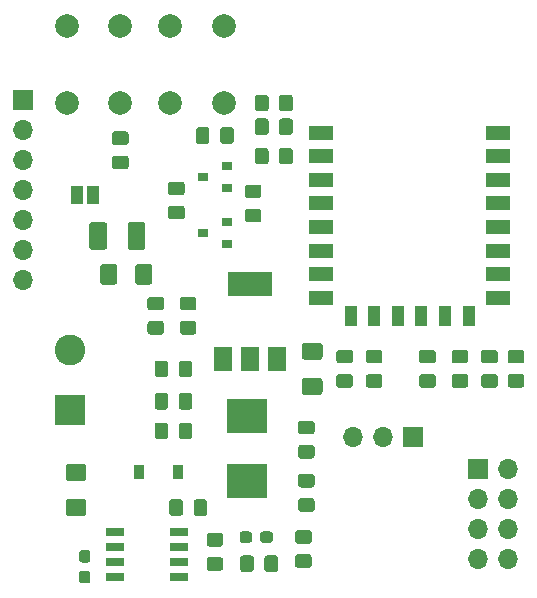
<source format=gbr>
G04 #@! TF.GenerationSoftware,KiCad,Pcbnew,(5.1.5)-3*
G04 #@! TF.CreationDate,2021-01-02T11:20:14+01:00*
G04 #@! TF.ProjectId,esp12Board,65737031-3242-46f6-9172-642e6b696361,rev?*
G04 #@! TF.SameCoordinates,Original*
G04 #@! TF.FileFunction,Copper,L1,Top*
G04 #@! TF.FilePolarity,Positive*
%FSLAX46Y46*%
G04 Gerber Fmt 4.6, Leading zero omitted, Abs format (unit mm)*
G04 Created by KiCad (PCBNEW (5.1.5)-3) date 2021-01-02 11:20:14*
%MOMM*%
%LPD*%
G04 APERTURE LIST*
%ADD10C,2.600000*%
%ADD11R,2.600000X2.600000*%
%ADD12R,1.500000X2.000000*%
%ADD13R,3.800000X2.000000*%
%ADD14R,1.100000X1.700000*%
%ADD15R,2.000000X1.200000*%
%ADD16C,2.000000*%
%ADD17C,0.100000*%
%ADD18R,0.900000X0.800000*%
%ADD19R,3.500000X2.950000*%
%ADD20R,1.000000X1.500000*%
%ADD21O,1.700000X1.700000*%
%ADD22R,1.700000X1.700000*%
%ADD23R,1.525000X0.650000*%
%ADD24R,0.900000X1.200000*%
G04 APERTURE END LIST*
D10*
X36000000Y-64170000D03*
D11*
X36000000Y-69250000D03*
D12*
X48950000Y-64900000D03*
X53550000Y-64900000D03*
X51250000Y-64900000D03*
D13*
X51250000Y-58600000D03*
D14*
X69750000Y-61250000D03*
X67750000Y-61250000D03*
X65750000Y-61250000D03*
X63750000Y-61250000D03*
X61750000Y-61250000D03*
X59750000Y-61250000D03*
D15*
X72250000Y-45750000D03*
X72250000Y-47750000D03*
X72250000Y-49750000D03*
X72250000Y-51750000D03*
X72250000Y-53750000D03*
X72250000Y-55750000D03*
X72250000Y-57750000D03*
X72250000Y-59750000D03*
X57250000Y-59750000D03*
X57250000Y-57750000D03*
X57250000Y-55750000D03*
X57250000Y-53750000D03*
X57250000Y-51750000D03*
X57250000Y-49750000D03*
X57250000Y-47750000D03*
X57250000Y-45750000D03*
D16*
X40250000Y-43250000D03*
X35750000Y-43250000D03*
X40250000Y-36750000D03*
X35750000Y-36750000D03*
X49000000Y-43250000D03*
X44500000Y-43250000D03*
X49000000Y-36750000D03*
X44500000Y-36750000D03*
G04 #@! TA.AperFunction,SMDPad,CuDef*
D17*
G36*
X56224505Y-81451204D02*
G01*
X56248773Y-81454804D01*
X56272572Y-81460765D01*
X56295671Y-81469030D01*
X56317850Y-81479520D01*
X56338893Y-81492132D01*
X56358599Y-81506747D01*
X56376777Y-81523223D01*
X56393253Y-81541401D01*
X56407868Y-81561107D01*
X56420480Y-81582150D01*
X56430970Y-81604329D01*
X56439235Y-81627428D01*
X56445196Y-81651227D01*
X56448796Y-81675495D01*
X56450000Y-81699999D01*
X56450000Y-82350001D01*
X56448796Y-82374505D01*
X56445196Y-82398773D01*
X56439235Y-82422572D01*
X56430970Y-82445671D01*
X56420480Y-82467850D01*
X56407868Y-82488893D01*
X56393253Y-82508599D01*
X56376777Y-82526777D01*
X56358599Y-82543253D01*
X56338893Y-82557868D01*
X56317850Y-82570480D01*
X56295671Y-82580970D01*
X56272572Y-82589235D01*
X56248773Y-82595196D01*
X56224505Y-82598796D01*
X56200001Y-82600000D01*
X55299999Y-82600000D01*
X55275495Y-82598796D01*
X55251227Y-82595196D01*
X55227428Y-82589235D01*
X55204329Y-82580970D01*
X55182150Y-82570480D01*
X55161107Y-82557868D01*
X55141401Y-82543253D01*
X55123223Y-82526777D01*
X55106747Y-82508599D01*
X55092132Y-82488893D01*
X55079520Y-82467850D01*
X55069030Y-82445671D01*
X55060765Y-82422572D01*
X55054804Y-82398773D01*
X55051204Y-82374505D01*
X55050000Y-82350001D01*
X55050000Y-81699999D01*
X55051204Y-81675495D01*
X55054804Y-81651227D01*
X55060765Y-81627428D01*
X55069030Y-81604329D01*
X55079520Y-81582150D01*
X55092132Y-81561107D01*
X55106747Y-81541401D01*
X55123223Y-81523223D01*
X55141401Y-81506747D01*
X55161107Y-81492132D01*
X55182150Y-81479520D01*
X55204329Y-81469030D01*
X55227428Y-81460765D01*
X55251227Y-81454804D01*
X55275495Y-81451204D01*
X55299999Y-81450000D01*
X56200001Y-81450000D01*
X56224505Y-81451204D01*
G37*
G04 #@! TD.AperFunction*
G04 #@! TA.AperFunction,SMDPad,CuDef*
G36*
X56224505Y-79401204D02*
G01*
X56248773Y-79404804D01*
X56272572Y-79410765D01*
X56295671Y-79419030D01*
X56317850Y-79429520D01*
X56338893Y-79442132D01*
X56358599Y-79456747D01*
X56376777Y-79473223D01*
X56393253Y-79491401D01*
X56407868Y-79511107D01*
X56420480Y-79532150D01*
X56430970Y-79554329D01*
X56439235Y-79577428D01*
X56445196Y-79601227D01*
X56448796Y-79625495D01*
X56450000Y-79649999D01*
X56450000Y-80300001D01*
X56448796Y-80324505D01*
X56445196Y-80348773D01*
X56439235Y-80372572D01*
X56430970Y-80395671D01*
X56420480Y-80417850D01*
X56407868Y-80438893D01*
X56393253Y-80458599D01*
X56376777Y-80476777D01*
X56358599Y-80493253D01*
X56338893Y-80507868D01*
X56317850Y-80520480D01*
X56295671Y-80530970D01*
X56272572Y-80539235D01*
X56248773Y-80545196D01*
X56224505Y-80548796D01*
X56200001Y-80550000D01*
X55299999Y-80550000D01*
X55275495Y-80548796D01*
X55251227Y-80545196D01*
X55227428Y-80539235D01*
X55204329Y-80530970D01*
X55182150Y-80520480D01*
X55161107Y-80507868D01*
X55141401Y-80493253D01*
X55123223Y-80476777D01*
X55106747Y-80458599D01*
X55092132Y-80438893D01*
X55079520Y-80417850D01*
X55069030Y-80395671D01*
X55060765Y-80372572D01*
X55054804Y-80348773D01*
X55051204Y-80324505D01*
X55050000Y-80300001D01*
X55050000Y-79649999D01*
X55051204Y-79625495D01*
X55054804Y-79601227D01*
X55060765Y-79577428D01*
X55069030Y-79554329D01*
X55079520Y-79532150D01*
X55092132Y-79511107D01*
X55106747Y-79491401D01*
X55123223Y-79473223D01*
X55141401Y-79456747D01*
X55161107Y-79442132D01*
X55182150Y-79429520D01*
X55204329Y-79419030D01*
X55227428Y-79410765D01*
X55251227Y-79404804D01*
X55275495Y-79401204D01*
X55299999Y-79400000D01*
X56200001Y-79400000D01*
X56224505Y-79401204D01*
G37*
G04 #@! TD.AperFunction*
G04 #@! TA.AperFunction,SMDPad,CuDef*
G36*
X56474505Y-74651204D02*
G01*
X56498773Y-74654804D01*
X56522572Y-74660765D01*
X56545671Y-74669030D01*
X56567850Y-74679520D01*
X56588893Y-74692132D01*
X56608599Y-74706747D01*
X56626777Y-74723223D01*
X56643253Y-74741401D01*
X56657868Y-74761107D01*
X56670480Y-74782150D01*
X56680970Y-74804329D01*
X56689235Y-74827428D01*
X56695196Y-74851227D01*
X56698796Y-74875495D01*
X56700000Y-74899999D01*
X56700000Y-75550001D01*
X56698796Y-75574505D01*
X56695196Y-75598773D01*
X56689235Y-75622572D01*
X56680970Y-75645671D01*
X56670480Y-75667850D01*
X56657868Y-75688893D01*
X56643253Y-75708599D01*
X56626777Y-75726777D01*
X56608599Y-75743253D01*
X56588893Y-75757868D01*
X56567850Y-75770480D01*
X56545671Y-75780970D01*
X56522572Y-75789235D01*
X56498773Y-75795196D01*
X56474505Y-75798796D01*
X56450001Y-75800000D01*
X55549999Y-75800000D01*
X55525495Y-75798796D01*
X55501227Y-75795196D01*
X55477428Y-75789235D01*
X55454329Y-75780970D01*
X55432150Y-75770480D01*
X55411107Y-75757868D01*
X55391401Y-75743253D01*
X55373223Y-75726777D01*
X55356747Y-75708599D01*
X55342132Y-75688893D01*
X55329520Y-75667850D01*
X55319030Y-75645671D01*
X55310765Y-75622572D01*
X55304804Y-75598773D01*
X55301204Y-75574505D01*
X55300000Y-75550001D01*
X55300000Y-74899999D01*
X55301204Y-74875495D01*
X55304804Y-74851227D01*
X55310765Y-74827428D01*
X55319030Y-74804329D01*
X55329520Y-74782150D01*
X55342132Y-74761107D01*
X55356747Y-74741401D01*
X55373223Y-74723223D01*
X55391401Y-74706747D01*
X55411107Y-74692132D01*
X55432150Y-74679520D01*
X55454329Y-74669030D01*
X55477428Y-74660765D01*
X55501227Y-74654804D01*
X55525495Y-74651204D01*
X55549999Y-74650000D01*
X56450001Y-74650000D01*
X56474505Y-74651204D01*
G37*
G04 #@! TD.AperFunction*
G04 #@! TA.AperFunction,SMDPad,CuDef*
G36*
X56474505Y-76701204D02*
G01*
X56498773Y-76704804D01*
X56522572Y-76710765D01*
X56545671Y-76719030D01*
X56567850Y-76729520D01*
X56588893Y-76742132D01*
X56608599Y-76756747D01*
X56626777Y-76773223D01*
X56643253Y-76791401D01*
X56657868Y-76811107D01*
X56670480Y-76832150D01*
X56680970Y-76854329D01*
X56689235Y-76877428D01*
X56695196Y-76901227D01*
X56698796Y-76925495D01*
X56700000Y-76949999D01*
X56700000Y-77600001D01*
X56698796Y-77624505D01*
X56695196Y-77648773D01*
X56689235Y-77672572D01*
X56680970Y-77695671D01*
X56670480Y-77717850D01*
X56657868Y-77738893D01*
X56643253Y-77758599D01*
X56626777Y-77776777D01*
X56608599Y-77793253D01*
X56588893Y-77807868D01*
X56567850Y-77820480D01*
X56545671Y-77830970D01*
X56522572Y-77839235D01*
X56498773Y-77845196D01*
X56474505Y-77848796D01*
X56450001Y-77850000D01*
X55549999Y-77850000D01*
X55525495Y-77848796D01*
X55501227Y-77845196D01*
X55477428Y-77839235D01*
X55454329Y-77830970D01*
X55432150Y-77820480D01*
X55411107Y-77807868D01*
X55391401Y-77793253D01*
X55373223Y-77776777D01*
X55356747Y-77758599D01*
X55342132Y-77738893D01*
X55329520Y-77717850D01*
X55319030Y-77695671D01*
X55310765Y-77672572D01*
X55304804Y-77648773D01*
X55301204Y-77624505D01*
X55300000Y-77600001D01*
X55300000Y-76949999D01*
X55301204Y-76925495D01*
X55304804Y-76901227D01*
X55310765Y-76877428D01*
X55319030Y-76854329D01*
X55329520Y-76832150D01*
X55342132Y-76811107D01*
X55356747Y-76791401D01*
X55373223Y-76773223D01*
X55391401Y-76756747D01*
X55411107Y-76742132D01*
X55432150Y-76729520D01*
X55454329Y-76719030D01*
X55477428Y-76710765D01*
X55501227Y-76704804D01*
X55525495Y-76701204D01*
X55549999Y-76700000D01*
X56450001Y-76700000D01*
X56474505Y-76701204D01*
G37*
G04 #@! TD.AperFunction*
G04 #@! TA.AperFunction,SMDPad,CuDef*
G36*
X56474505Y-70151204D02*
G01*
X56498773Y-70154804D01*
X56522572Y-70160765D01*
X56545671Y-70169030D01*
X56567850Y-70179520D01*
X56588893Y-70192132D01*
X56608599Y-70206747D01*
X56626777Y-70223223D01*
X56643253Y-70241401D01*
X56657868Y-70261107D01*
X56670480Y-70282150D01*
X56680970Y-70304329D01*
X56689235Y-70327428D01*
X56695196Y-70351227D01*
X56698796Y-70375495D01*
X56700000Y-70399999D01*
X56700000Y-71050001D01*
X56698796Y-71074505D01*
X56695196Y-71098773D01*
X56689235Y-71122572D01*
X56680970Y-71145671D01*
X56670480Y-71167850D01*
X56657868Y-71188893D01*
X56643253Y-71208599D01*
X56626777Y-71226777D01*
X56608599Y-71243253D01*
X56588893Y-71257868D01*
X56567850Y-71270480D01*
X56545671Y-71280970D01*
X56522572Y-71289235D01*
X56498773Y-71295196D01*
X56474505Y-71298796D01*
X56450001Y-71300000D01*
X55549999Y-71300000D01*
X55525495Y-71298796D01*
X55501227Y-71295196D01*
X55477428Y-71289235D01*
X55454329Y-71280970D01*
X55432150Y-71270480D01*
X55411107Y-71257868D01*
X55391401Y-71243253D01*
X55373223Y-71226777D01*
X55356747Y-71208599D01*
X55342132Y-71188893D01*
X55329520Y-71167850D01*
X55319030Y-71145671D01*
X55310765Y-71122572D01*
X55304804Y-71098773D01*
X55301204Y-71074505D01*
X55300000Y-71050001D01*
X55300000Y-70399999D01*
X55301204Y-70375495D01*
X55304804Y-70351227D01*
X55310765Y-70327428D01*
X55319030Y-70304329D01*
X55329520Y-70282150D01*
X55342132Y-70261107D01*
X55356747Y-70241401D01*
X55373223Y-70223223D01*
X55391401Y-70206747D01*
X55411107Y-70192132D01*
X55432150Y-70179520D01*
X55454329Y-70169030D01*
X55477428Y-70160765D01*
X55501227Y-70154804D01*
X55525495Y-70151204D01*
X55549999Y-70150000D01*
X56450001Y-70150000D01*
X56474505Y-70151204D01*
G37*
G04 #@! TD.AperFunction*
G04 #@! TA.AperFunction,SMDPad,CuDef*
G36*
X56474505Y-72201204D02*
G01*
X56498773Y-72204804D01*
X56522572Y-72210765D01*
X56545671Y-72219030D01*
X56567850Y-72229520D01*
X56588893Y-72242132D01*
X56608599Y-72256747D01*
X56626777Y-72273223D01*
X56643253Y-72291401D01*
X56657868Y-72311107D01*
X56670480Y-72332150D01*
X56680970Y-72354329D01*
X56689235Y-72377428D01*
X56695196Y-72401227D01*
X56698796Y-72425495D01*
X56700000Y-72449999D01*
X56700000Y-73100001D01*
X56698796Y-73124505D01*
X56695196Y-73148773D01*
X56689235Y-73172572D01*
X56680970Y-73195671D01*
X56670480Y-73217850D01*
X56657868Y-73238893D01*
X56643253Y-73258599D01*
X56626777Y-73276777D01*
X56608599Y-73293253D01*
X56588893Y-73307868D01*
X56567850Y-73320480D01*
X56545671Y-73330970D01*
X56522572Y-73339235D01*
X56498773Y-73345196D01*
X56474505Y-73348796D01*
X56450001Y-73350000D01*
X55549999Y-73350000D01*
X55525495Y-73348796D01*
X55501227Y-73345196D01*
X55477428Y-73339235D01*
X55454329Y-73330970D01*
X55432150Y-73320480D01*
X55411107Y-73307868D01*
X55391401Y-73293253D01*
X55373223Y-73276777D01*
X55356747Y-73258599D01*
X55342132Y-73238893D01*
X55329520Y-73217850D01*
X55319030Y-73195671D01*
X55310765Y-73172572D01*
X55304804Y-73148773D01*
X55301204Y-73124505D01*
X55300000Y-73100001D01*
X55300000Y-72449999D01*
X55301204Y-72425495D01*
X55304804Y-72401227D01*
X55310765Y-72377428D01*
X55319030Y-72354329D01*
X55329520Y-72332150D01*
X55342132Y-72311107D01*
X55356747Y-72291401D01*
X55373223Y-72273223D01*
X55391401Y-72256747D01*
X55411107Y-72242132D01*
X55432150Y-72229520D01*
X55454329Y-72219030D01*
X55477428Y-72210765D01*
X55501227Y-72204804D01*
X55525495Y-72201204D01*
X55549999Y-72200000D01*
X56450001Y-72200000D01*
X56474505Y-72201204D01*
G37*
G04 #@! TD.AperFunction*
G04 #@! TA.AperFunction,SMDPad,CuDef*
G36*
X51324505Y-81551204D02*
G01*
X51348773Y-81554804D01*
X51372572Y-81560765D01*
X51395671Y-81569030D01*
X51417850Y-81579520D01*
X51438893Y-81592132D01*
X51458599Y-81606747D01*
X51476777Y-81623223D01*
X51493253Y-81641401D01*
X51507868Y-81661107D01*
X51520480Y-81682150D01*
X51530970Y-81704329D01*
X51539235Y-81727428D01*
X51545196Y-81751227D01*
X51548796Y-81775495D01*
X51550000Y-81799999D01*
X51550000Y-82700001D01*
X51548796Y-82724505D01*
X51545196Y-82748773D01*
X51539235Y-82772572D01*
X51530970Y-82795671D01*
X51520480Y-82817850D01*
X51507868Y-82838893D01*
X51493253Y-82858599D01*
X51476777Y-82876777D01*
X51458599Y-82893253D01*
X51438893Y-82907868D01*
X51417850Y-82920480D01*
X51395671Y-82930970D01*
X51372572Y-82939235D01*
X51348773Y-82945196D01*
X51324505Y-82948796D01*
X51300001Y-82950000D01*
X50649999Y-82950000D01*
X50625495Y-82948796D01*
X50601227Y-82945196D01*
X50577428Y-82939235D01*
X50554329Y-82930970D01*
X50532150Y-82920480D01*
X50511107Y-82907868D01*
X50491401Y-82893253D01*
X50473223Y-82876777D01*
X50456747Y-82858599D01*
X50442132Y-82838893D01*
X50429520Y-82817850D01*
X50419030Y-82795671D01*
X50410765Y-82772572D01*
X50404804Y-82748773D01*
X50401204Y-82724505D01*
X50400000Y-82700001D01*
X50400000Y-81799999D01*
X50401204Y-81775495D01*
X50404804Y-81751227D01*
X50410765Y-81727428D01*
X50419030Y-81704329D01*
X50429520Y-81682150D01*
X50442132Y-81661107D01*
X50456747Y-81641401D01*
X50473223Y-81623223D01*
X50491401Y-81606747D01*
X50511107Y-81592132D01*
X50532150Y-81579520D01*
X50554329Y-81569030D01*
X50577428Y-81560765D01*
X50601227Y-81554804D01*
X50625495Y-81551204D01*
X50649999Y-81550000D01*
X51300001Y-81550000D01*
X51324505Y-81551204D01*
G37*
G04 #@! TD.AperFunction*
G04 #@! TA.AperFunction,SMDPad,CuDef*
G36*
X53374505Y-81551204D02*
G01*
X53398773Y-81554804D01*
X53422572Y-81560765D01*
X53445671Y-81569030D01*
X53467850Y-81579520D01*
X53488893Y-81592132D01*
X53508599Y-81606747D01*
X53526777Y-81623223D01*
X53543253Y-81641401D01*
X53557868Y-81661107D01*
X53570480Y-81682150D01*
X53580970Y-81704329D01*
X53589235Y-81727428D01*
X53595196Y-81751227D01*
X53598796Y-81775495D01*
X53600000Y-81799999D01*
X53600000Y-82700001D01*
X53598796Y-82724505D01*
X53595196Y-82748773D01*
X53589235Y-82772572D01*
X53580970Y-82795671D01*
X53570480Y-82817850D01*
X53557868Y-82838893D01*
X53543253Y-82858599D01*
X53526777Y-82876777D01*
X53508599Y-82893253D01*
X53488893Y-82907868D01*
X53467850Y-82920480D01*
X53445671Y-82930970D01*
X53422572Y-82939235D01*
X53398773Y-82945196D01*
X53374505Y-82948796D01*
X53350001Y-82950000D01*
X52699999Y-82950000D01*
X52675495Y-82948796D01*
X52651227Y-82945196D01*
X52627428Y-82939235D01*
X52604329Y-82930970D01*
X52582150Y-82920480D01*
X52561107Y-82907868D01*
X52541401Y-82893253D01*
X52523223Y-82876777D01*
X52506747Y-82858599D01*
X52492132Y-82838893D01*
X52479520Y-82817850D01*
X52469030Y-82795671D01*
X52460765Y-82772572D01*
X52454804Y-82748773D01*
X52451204Y-82724505D01*
X52450000Y-82700001D01*
X52450000Y-81799999D01*
X52451204Y-81775495D01*
X52454804Y-81751227D01*
X52460765Y-81727428D01*
X52469030Y-81704329D01*
X52479520Y-81682150D01*
X52492132Y-81661107D01*
X52506747Y-81641401D01*
X52523223Y-81623223D01*
X52541401Y-81606747D01*
X52561107Y-81592132D01*
X52582150Y-81579520D01*
X52604329Y-81569030D01*
X52627428Y-81560765D01*
X52651227Y-81554804D01*
X52675495Y-81551204D01*
X52699999Y-81550000D01*
X53350001Y-81550000D01*
X53374505Y-81551204D01*
G37*
G04 #@! TD.AperFunction*
G04 #@! TA.AperFunction,SMDPad,CuDef*
G36*
X69474505Y-66201204D02*
G01*
X69498773Y-66204804D01*
X69522572Y-66210765D01*
X69545671Y-66219030D01*
X69567850Y-66229520D01*
X69588893Y-66242132D01*
X69608599Y-66256747D01*
X69626777Y-66273223D01*
X69643253Y-66291401D01*
X69657868Y-66311107D01*
X69670480Y-66332150D01*
X69680970Y-66354329D01*
X69689235Y-66377428D01*
X69695196Y-66401227D01*
X69698796Y-66425495D01*
X69700000Y-66449999D01*
X69700000Y-67100001D01*
X69698796Y-67124505D01*
X69695196Y-67148773D01*
X69689235Y-67172572D01*
X69680970Y-67195671D01*
X69670480Y-67217850D01*
X69657868Y-67238893D01*
X69643253Y-67258599D01*
X69626777Y-67276777D01*
X69608599Y-67293253D01*
X69588893Y-67307868D01*
X69567850Y-67320480D01*
X69545671Y-67330970D01*
X69522572Y-67339235D01*
X69498773Y-67345196D01*
X69474505Y-67348796D01*
X69450001Y-67350000D01*
X68549999Y-67350000D01*
X68525495Y-67348796D01*
X68501227Y-67345196D01*
X68477428Y-67339235D01*
X68454329Y-67330970D01*
X68432150Y-67320480D01*
X68411107Y-67307868D01*
X68391401Y-67293253D01*
X68373223Y-67276777D01*
X68356747Y-67258599D01*
X68342132Y-67238893D01*
X68329520Y-67217850D01*
X68319030Y-67195671D01*
X68310765Y-67172572D01*
X68304804Y-67148773D01*
X68301204Y-67124505D01*
X68300000Y-67100001D01*
X68300000Y-66449999D01*
X68301204Y-66425495D01*
X68304804Y-66401227D01*
X68310765Y-66377428D01*
X68319030Y-66354329D01*
X68329520Y-66332150D01*
X68342132Y-66311107D01*
X68356747Y-66291401D01*
X68373223Y-66273223D01*
X68391401Y-66256747D01*
X68411107Y-66242132D01*
X68432150Y-66229520D01*
X68454329Y-66219030D01*
X68477428Y-66210765D01*
X68501227Y-66204804D01*
X68525495Y-66201204D01*
X68549999Y-66200000D01*
X69450001Y-66200000D01*
X69474505Y-66201204D01*
G37*
G04 #@! TD.AperFunction*
G04 #@! TA.AperFunction,SMDPad,CuDef*
G36*
X69474505Y-64151204D02*
G01*
X69498773Y-64154804D01*
X69522572Y-64160765D01*
X69545671Y-64169030D01*
X69567850Y-64179520D01*
X69588893Y-64192132D01*
X69608599Y-64206747D01*
X69626777Y-64223223D01*
X69643253Y-64241401D01*
X69657868Y-64261107D01*
X69670480Y-64282150D01*
X69680970Y-64304329D01*
X69689235Y-64327428D01*
X69695196Y-64351227D01*
X69698796Y-64375495D01*
X69700000Y-64399999D01*
X69700000Y-65050001D01*
X69698796Y-65074505D01*
X69695196Y-65098773D01*
X69689235Y-65122572D01*
X69680970Y-65145671D01*
X69670480Y-65167850D01*
X69657868Y-65188893D01*
X69643253Y-65208599D01*
X69626777Y-65226777D01*
X69608599Y-65243253D01*
X69588893Y-65257868D01*
X69567850Y-65270480D01*
X69545671Y-65280970D01*
X69522572Y-65289235D01*
X69498773Y-65295196D01*
X69474505Y-65298796D01*
X69450001Y-65300000D01*
X68549999Y-65300000D01*
X68525495Y-65298796D01*
X68501227Y-65295196D01*
X68477428Y-65289235D01*
X68454329Y-65280970D01*
X68432150Y-65270480D01*
X68411107Y-65257868D01*
X68391401Y-65243253D01*
X68373223Y-65226777D01*
X68356747Y-65208599D01*
X68342132Y-65188893D01*
X68329520Y-65167850D01*
X68319030Y-65145671D01*
X68310765Y-65122572D01*
X68304804Y-65098773D01*
X68301204Y-65074505D01*
X68300000Y-65050001D01*
X68300000Y-64399999D01*
X68301204Y-64375495D01*
X68304804Y-64351227D01*
X68310765Y-64327428D01*
X68319030Y-64304329D01*
X68329520Y-64282150D01*
X68342132Y-64261107D01*
X68356747Y-64241401D01*
X68373223Y-64223223D01*
X68391401Y-64206747D01*
X68411107Y-64192132D01*
X68432150Y-64179520D01*
X68454329Y-64169030D01*
X68477428Y-64160765D01*
X68501227Y-64154804D01*
X68525495Y-64151204D01*
X68549999Y-64150000D01*
X69450001Y-64150000D01*
X69474505Y-64151204D01*
G37*
G04 #@! TD.AperFunction*
G04 #@! TA.AperFunction,SMDPad,CuDef*
G36*
X66724505Y-64151204D02*
G01*
X66748773Y-64154804D01*
X66772572Y-64160765D01*
X66795671Y-64169030D01*
X66817850Y-64179520D01*
X66838893Y-64192132D01*
X66858599Y-64206747D01*
X66876777Y-64223223D01*
X66893253Y-64241401D01*
X66907868Y-64261107D01*
X66920480Y-64282150D01*
X66930970Y-64304329D01*
X66939235Y-64327428D01*
X66945196Y-64351227D01*
X66948796Y-64375495D01*
X66950000Y-64399999D01*
X66950000Y-65050001D01*
X66948796Y-65074505D01*
X66945196Y-65098773D01*
X66939235Y-65122572D01*
X66930970Y-65145671D01*
X66920480Y-65167850D01*
X66907868Y-65188893D01*
X66893253Y-65208599D01*
X66876777Y-65226777D01*
X66858599Y-65243253D01*
X66838893Y-65257868D01*
X66817850Y-65270480D01*
X66795671Y-65280970D01*
X66772572Y-65289235D01*
X66748773Y-65295196D01*
X66724505Y-65298796D01*
X66700001Y-65300000D01*
X65799999Y-65300000D01*
X65775495Y-65298796D01*
X65751227Y-65295196D01*
X65727428Y-65289235D01*
X65704329Y-65280970D01*
X65682150Y-65270480D01*
X65661107Y-65257868D01*
X65641401Y-65243253D01*
X65623223Y-65226777D01*
X65606747Y-65208599D01*
X65592132Y-65188893D01*
X65579520Y-65167850D01*
X65569030Y-65145671D01*
X65560765Y-65122572D01*
X65554804Y-65098773D01*
X65551204Y-65074505D01*
X65550000Y-65050001D01*
X65550000Y-64399999D01*
X65551204Y-64375495D01*
X65554804Y-64351227D01*
X65560765Y-64327428D01*
X65569030Y-64304329D01*
X65579520Y-64282150D01*
X65592132Y-64261107D01*
X65606747Y-64241401D01*
X65623223Y-64223223D01*
X65641401Y-64206747D01*
X65661107Y-64192132D01*
X65682150Y-64179520D01*
X65704329Y-64169030D01*
X65727428Y-64160765D01*
X65751227Y-64154804D01*
X65775495Y-64151204D01*
X65799999Y-64150000D01*
X66700001Y-64150000D01*
X66724505Y-64151204D01*
G37*
G04 #@! TD.AperFunction*
G04 #@! TA.AperFunction,SMDPad,CuDef*
G36*
X66724505Y-66201204D02*
G01*
X66748773Y-66204804D01*
X66772572Y-66210765D01*
X66795671Y-66219030D01*
X66817850Y-66229520D01*
X66838893Y-66242132D01*
X66858599Y-66256747D01*
X66876777Y-66273223D01*
X66893253Y-66291401D01*
X66907868Y-66311107D01*
X66920480Y-66332150D01*
X66930970Y-66354329D01*
X66939235Y-66377428D01*
X66945196Y-66401227D01*
X66948796Y-66425495D01*
X66950000Y-66449999D01*
X66950000Y-67100001D01*
X66948796Y-67124505D01*
X66945196Y-67148773D01*
X66939235Y-67172572D01*
X66930970Y-67195671D01*
X66920480Y-67217850D01*
X66907868Y-67238893D01*
X66893253Y-67258599D01*
X66876777Y-67276777D01*
X66858599Y-67293253D01*
X66838893Y-67307868D01*
X66817850Y-67320480D01*
X66795671Y-67330970D01*
X66772572Y-67339235D01*
X66748773Y-67345196D01*
X66724505Y-67348796D01*
X66700001Y-67350000D01*
X65799999Y-67350000D01*
X65775495Y-67348796D01*
X65751227Y-67345196D01*
X65727428Y-67339235D01*
X65704329Y-67330970D01*
X65682150Y-67320480D01*
X65661107Y-67307868D01*
X65641401Y-67293253D01*
X65623223Y-67276777D01*
X65606747Y-67258599D01*
X65592132Y-67238893D01*
X65579520Y-67217850D01*
X65569030Y-67195671D01*
X65560765Y-67172572D01*
X65554804Y-67148773D01*
X65551204Y-67124505D01*
X65550000Y-67100001D01*
X65550000Y-66449999D01*
X65551204Y-66425495D01*
X65554804Y-66401227D01*
X65560765Y-66377428D01*
X65569030Y-66354329D01*
X65579520Y-66332150D01*
X65592132Y-66311107D01*
X65606747Y-66291401D01*
X65623223Y-66273223D01*
X65641401Y-66256747D01*
X65661107Y-66242132D01*
X65682150Y-66229520D01*
X65704329Y-66219030D01*
X65727428Y-66210765D01*
X65751227Y-66204804D01*
X65775495Y-66201204D01*
X65799999Y-66200000D01*
X66700001Y-66200000D01*
X66724505Y-66201204D01*
G37*
G04 #@! TD.AperFunction*
G04 #@! TA.AperFunction,SMDPad,CuDef*
G36*
X40724505Y-45651204D02*
G01*
X40748773Y-45654804D01*
X40772572Y-45660765D01*
X40795671Y-45669030D01*
X40817850Y-45679520D01*
X40838893Y-45692132D01*
X40858599Y-45706747D01*
X40876777Y-45723223D01*
X40893253Y-45741401D01*
X40907868Y-45761107D01*
X40920480Y-45782150D01*
X40930970Y-45804329D01*
X40939235Y-45827428D01*
X40945196Y-45851227D01*
X40948796Y-45875495D01*
X40950000Y-45899999D01*
X40950000Y-46550001D01*
X40948796Y-46574505D01*
X40945196Y-46598773D01*
X40939235Y-46622572D01*
X40930970Y-46645671D01*
X40920480Y-46667850D01*
X40907868Y-46688893D01*
X40893253Y-46708599D01*
X40876777Y-46726777D01*
X40858599Y-46743253D01*
X40838893Y-46757868D01*
X40817850Y-46770480D01*
X40795671Y-46780970D01*
X40772572Y-46789235D01*
X40748773Y-46795196D01*
X40724505Y-46798796D01*
X40700001Y-46800000D01*
X39799999Y-46800000D01*
X39775495Y-46798796D01*
X39751227Y-46795196D01*
X39727428Y-46789235D01*
X39704329Y-46780970D01*
X39682150Y-46770480D01*
X39661107Y-46757868D01*
X39641401Y-46743253D01*
X39623223Y-46726777D01*
X39606747Y-46708599D01*
X39592132Y-46688893D01*
X39579520Y-46667850D01*
X39569030Y-46645671D01*
X39560765Y-46622572D01*
X39554804Y-46598773D01*
X39551204Y-46574505D01*
X39550000Y-46550001D01*
X39550000Y-45899999D01*
X39551204Y-45875495D01*
X39554804Y-45851227D01*
X39560765Y-45827428D01*
X39569030Y-45804329D01*
X39579520Y-45782150D01*
X39592132Y-45761107D01*
X39606747Y-45741401D01*
X39623223Y-45723223D01*
X39641401Y-45706747D01*
X39661107Y-45692132D01*
X39682150Y-45679520D01*
X39704329Y-45669030D01*
X39727428Y-45660765D01*
X39751227Y-45654804D01*
X39775495Y-45651204D01*
X39799999Y-45650000D01*
X40700001Y-45650000D01*
X40724505Y-45651204D01*
G37*
G04 #@! TD.AperFunction*
G04 #@! TA.AperFunction,SMDPad,CuDef*
G36*
X40724505Y-47701204D02*
G01*
X40748773Y-47704804D01*
X40772572Y-47710765D01*
X40795671Y-47719030D01*
X40817850Y-47729520D01*
X40838893Y-47742132D01*
X40858599Y-47756747D01*
X40876777Y-47773223D01*
X40893253Y-47791401D01*
X40907868Y-47811107D01*
X40920480Y-47832150D01*
X40930970Y-47854329D01*
X40939235Y-47877428D01*
X40945196Y-47901227D01*
X40948796Y-47925495D01*
X40950000Y-47949999D01*
X40950000Y-48600001D01*
X40948796Y-48624505D01*
X40945196Y-48648773D01*
X40939235Y-48672572D01*
X40930970Y-48695671D01*
X40920480Y-48717850D01*
X40907868Y-48738893D01*
X40893253Y-48758599D01*
X40876777Y-48776777D01*
X40858599Y-48793253D01*
X40838893Y-48807868D01*
X40817850Y-48820480D01*
X40795671Y-48830970D01*
X40772572Y-48839235D01*
X40748773Y-48845196D01*
X40724505Y-48848796D01*
X40700001Y-48850000D01*
X39799999Y-48850000D01*
X39775495Y-48848796D01*
X39751227Y-48845196D01*
X39727428Y-48839235D01*
X39704329Y-48830970D01*
X39682150Y-48820480D01*
X39661107Y-48807868D01*
X39641401Y-48793253D01*
X39623223Y-48776777D01*
X39606747Y-48758599D01*
X39592132Y-48738893D01*
X39579520Y-48717850D01*
X39569030Y-48695671D01*
X39560765Y-48672572D01*
X39554804Y-48648773D01*
X39551204Y-48624505D01*
X39550000Y-48600001D01*
X39550000Y-47949999D01*
X39551204Y-47925495D01*
X39554804Y-47901227D01*
X39560765Y-47877428D01*
X39569030Y-47854329D01*
X39579520Y-47832150D01*
X39592132Y-47811107D01*
X39606747Y-47791401D01*
X39623223Y-47773223D01*
X39641401Y-47756747D01*
X39661107Y-47742132D01*
X39682150Y-47729520D01*
X39704329Y-47719030D01*
X39727428Y-47710765D01*
X39751227Y-47704804D01*
X39775495Y-47701204D01*
X39799999Y-47700000D01*
X40700001Y-47700000D01*
X40724505Y-47701204D01*
G37*
G04 #@! TD.AperFunction*
G04 #@! TA.AperFunction,SMDPad,CuDef*
G36*
X49624505Y-45301204D02*
G01*
X49648773Y-45304804D01*
X49672572Y-45310765D01*
X49695671Y-45319030D01*
X49717850Y-45329520D01*
X49738893Y-45342132D01*
X49758599Y-45356747D01*
X49776777Y-45373223D01*
X49793253Y-45391401D01*
X49807868Y-45411107D01*
X49820480Y-45432150D01*
X49830970Y-45454329D01*
X49839235Y-45477428D01*
X49845196Y-45501227D01*
X49848796Y-45525495D01*
X49850000Y-45549999D01*
X49850000Y-46450001D01*
X49848796Y-46474505D01*
X49845196Y-46498773D01*
X49839235Y-46522572D01*
X49830970Y-46545671D01*
X49820480Y-46567850D01*
X49807868Y-46588893D01*
X49793253Y-46608599D01*
X49776777Y-46626777D01*
X49758599Y-46643253D01*
X49738893Y-46657868D01*
X49717850Y-46670480D01*
X49695671Y-46680970D01*
X49672572Y-46689235D01*
X49648773Y-46695196D01*
X49624505Y-46698796D01*
X49600001Y-46700000D01*
X48949999Y-46700000D01*
X48925495Y-46698796D01*
X48901227Y-46695196D01*
X48877428Y-46689235D01*
X48854329Y-46680970D01*
X48832150Y-46670480D01*
X48811107Y-46657868D01*
X48791401Y-46643253D01*
X48773223Y-46626777D01*
X48756747Y-46608599D01*
X48742132Y-46588893D01*
X48729520Y-46567850D01*
X48719030Y-46545671D01*
X48710765Y-46522572D01*
X48704804Y-46498773D01*
X48701204Y-46474505D01*
X48700000Y-46450001D01*
X48700000Y-45549999D01*
X48701204Y-45525495D01*
X48704804Y-45501227D01*
X48710765Y-45477428D01*
X48719030Y-45454329D01*
X48729520Y-45432150D01*
X48742132Y-45411107D01*
X48756747Y-45391401D01*
X48773223Y-45373223D01*
X48791401Y-45356747D01*
X48811107Y-45342132D01*
X48832150Y-45329520D01*
X48854329Y-45319030D01*
X48877428Y-45310765D01*
X48901227Y-45304804D01*
X48925495Y-45301204D01*
X48949999Y-45300000D01*
X49600001Y-45300000D01*
X49624505Y-45301204D01*
G37*
G04 #@! TD.AperFunction*
G04 #@! TA.AperFunction,SMDPad,CuDef*
G36*
X47574505Y-45301204D02*
G01*
X47598773Y-45304804D01*
X47622572Y-45310765D01*
X47645671Y-45319030D01*
X47667850Y-45329520D01*
X47688893Y-45342132D01*
X47708599Y-45356747D01*
X47726777Y-45373223D01*
X47743253Y-45391401D01*
X47757868Y-45411107D01*
X47770480Y-45432150D01*
X47780970Y-45454329D01*
X47789235Y-45477428D01*
X47795196Y-45501227D01*
X47798796Y-45525495D01*
X47800000Y-45549999D01*
X47800000Y-46450001D01*
X47798796Y-46474505D01*
X47795196Y-46498773D01*
X47789235Y-46522572D01*
X47780970Y-46545671D01*
X47770480Y-46567850D01*
X47757868Y-46588893D01*
X47743253Y-46608599D01*
X47726777Y-46626777D01*
X47708599Y-46643253D01*
X47688893Y-46657868D01*
X47667850Y-46670480D01*
X47645671Y-46680970D01*
X47622572Y-46689235D01*
X47598773Y-46695196D01*
X47574505Y-46698796D01*
X47550001Y-46700000D01*
X46899999Y-46700000D01*
X46875495Y-46698796D01*
X46851227Y-46695196D01*
X46827428Y-46689235D01*
X46804329Y-46680970D01*
X46782150Y-46670480D01*
X46761107Y-46657868D01*
X46741401Y-46643253D01*
X46723223Y-46626777D01*
X46706747Y-46608599D01*
X46692132Y-46588893D01*
X46679520Y-46567850D01*
X46669030Y-46545671D01*
X46660765Y-46522572D01*
X46654804Y-46498773D01*
X46651204Y-46474505D01*
X46650000Y-46450001D01*
X46650000Y-45549999D01*
X46651204Y-45525495D01*
X46654804Y-45501227D01*
X46660765Y-45477428D01*
X46669030Y-45454329D01*
X46679520Y-45432150D01*
X46692132Y-45411107D01*
X46706747Y-45391401D01*
X46723223Y-45373223D01*
X46741401Y-45356747D01*
X46761107Y-45342132D01*
X46782150Y-45329520D01*
X46804329Y-45319030D01*
X46827428Y-45310765D01*
X46851227Y-45304804D01*
X46875495Y-45301204D01*
X46899999Y-45300000D01*
X47550001Y-45300000D01*
X47574505Y-45301204D01*
G37*
G04 #@! TD.AperFunction*
G04 #@! TA.AperFunction,SMDPad,CuDef*
G36*
X45474505Y-49901204D02*
G01*
X45498773Y-49904804D01*
X45522572Y-49910765D01*
X45545671Y-49919030D01*
X45567850Y-49929520D01*
X45588893Y-49942132D01*
X45608599Y-49956747D01*
X45626777Y-49973223D01*
X45643253Y-49991401D01*
X45657868Y-50011107D01*
X45670480Y-50032150D01*
X45680970Y-50054329D01*
X45689235Y-50077428D01*
X45695196Y-50101227D01*
X45698796Y-50125495D01*
X45700000Y-50149999D01*
X45700000Y-50800001D01*
X45698796Y-50824505D01*
X45695196Y-50848773D01*
X45689235Y-50872572D01*
X45680970Y-50895671D01*
X45670480Y-50917850D01*
X45657868Y-50938893D01*
X45643253Y-50958599D01*
X45626777Y-50976777D01*
X45608599Y-50993253D01*
X45588893Y-51007868D01*
X45567850Y-51020480D01*
X45545671Y-51030970D01*
X45522572Y-51039235D01*
X45498773Y-51045196D01*
X45474505Y-51048796D01*
X45450001Y-51050000D01*
X44549999Y-51050000D01*
X44525495Y-51048796D01*
X44501227Y-51045196D01*
X44477428Y-51039235D01*
X44454329Y-51030970D01*
X44432150Y-51020480D01*
X44411107Y-51007868D01*
X44391401Y-50993253D01*
X44373223Y-50976777D01*
X44356747Y-50958599D01*
X44342132Y-50938893D01*
X44329520Y-50917850D01*
X44319030Y-50895671D01*
X44310765Y-50872572D01*
X44304804Y-50848773D01*
X44301204Y-50824505D01*
X44300000Y-50800001D01*
X44300000Y-50149999D01*
X44301204Y-50125495D01*
X44304804Y-50101227D01*
X44310765Y-50077428D01*
X44319030Y-50054329D01*
X44329520Y-50032150D01*
X44342132Y-50011107D01*
X44356747Y-49991401D01*
X44373223Y-49973223D01*
X44391401Y-49956747D01*
X44411107Y-49942132D01*
X44432150Y-49929520D01*
X44454329Y-49919030D01*
X44477428Y-49910765D01*
X44501227Y-49904804D01*
X44525495Y-49901204D01*
X44549999Y-49900000D01*
X45450001Y-49900000D01*
X45474505Y-49901204D01*
G37*
G04 #@! TD.AperFunction*
G04 #@! TA.AperFunction,SMDPad,CuDef*
G36*
X45474505Y-51951204D02*
G01*
X45498773Y-51954804D01*
X45522572Y-51960765D01*
X45545671Y-51969030D01*
X45567850Y-51979520D01*
X45588893Y-51992132D01*
X45608599Y-52006747D01*
X45626777Y-52023223D01*
X45643253Y-52041401D01*
X45657868Y-52061107D01*
X45670480Y-52082150D01*
X45680970Y-52104329D01*
X45689235Y-52127428D01*
X45695196Y-52151227D01*
X45698796Y-52175495D01*
X45700000Y-52199999D01*
X45700000Y-52850001D01*
X45698796Y-52874505D01*
X45695196Y-52898773D01*
X45689235Y-52922572D01*
X45680970Y-52945671D01*
X45670480Y-52967850D01*
X45657868Y-52988893D01*
X45643253Y-53008599D01*
X45626777Y-53026777D01*
X45608599Y-53043253D01*
X45588893Y-53057868D01*
X45567850Y-53070480D01*
X45545671Y-53080970D01*
X45522572Y-53089235D01*
X45498773Y-53095196D01*
X45474505Y-53098796D01*
X45450001Y-53100000D01*
X44549999Y-53100000D01*
X44525495Y-53098796D01*
X44501227Y-53095196D01*
X44477428Y-53089235D01*
X44454329Y-53080970D01*
X44432150Y-53070480D01*
X44411107Y-53057868D01*
X44391401Y-53043253D01*
X44373223Y-53026777D01*
X44356747Y-53008599D01*
X44342132Y-52988893D01*
X44329520Y-52967850D01*
X44319030Y-52945671D01*
X44310765Y-52922572D01*
X44304804Y-52898773D01*
X44301204Y-52874505D01*
X44300000Y-52850001D01*
X44300000Y-52199999D01*
X44301204Y-52175495D01*
X44304804Y-52151227D01*
X44310765Y-52127428D01*
X44319030Y-52104329D01*
X44329520Y-52082150D01*
X44342132Y-52061107D01*
X44356747Y-52041401D01*
X44373223Y-52023223D01*
X44391401Y-52006747D01*
X44411107Y-51992132D01*
X44432150Y-51979520D01*
X44454329Y-51969030D01*
X44477428Y-51960765D01*
X44501227Y-51954804D01*
X44525495Y-51951204D01*
X44549999Y-51950000D01*
X45450001Y-51950000D01*
X45474505Y-51951204D01*
G37*
G04 #@! TD.AperFunction*
G04 #@! TA.AperFunction,SMDPad,CuDef*
G36*
X51974505Y-52201204D02*
G01*
X51998773Y-52204804D01*
X52022572Y-52210765D01*
X52045671Y-52219030D01*
X52067850Y-52229520D01*
X52088893Y-52242132D01*
X52108599Y-52256747D01*
X52126777Y-52273223D01*
X52143253Y-52291401D01*
X52157868Y-52311107D01*
X52170480Y-52332150D01*
X52180970Y-52354329D01*
X52189235Y-52377428D01*
X52195196Y-52401227D01*
X52198796Y-52425495D01*
X52200000Y-52449999D01*
X52200000Y-53100001D01*
X52198796Y-53124505D01*
X52195196Y-53148773D01*
X52189235Y-53172572D01*
X52180970Y-53195671D01*
X52170480Y-53217850D01*
X52157868Y-53238893D01*
X52143253Y-53258599D01*
X52126777Y-53276777D01*
X52108599Y-53293253D01*
X52088893Y-53307868D01*
X52067850Y-53320480D01*
X52045671Y-53330970D01*
X52022572Y-53339235D01*
X51998773Y-53345196D01*
X51974505Y-53348796D01*
X51950001Y-53350000D01*
X51049999Y-53350000D01*
X51025495Y-53348796D01*
X51001227Y-53345196D01*
X50977428Y-53339235D01*
X50954329Y-53330970D01*
X50932150Y-53320480D01*
X50911107Y-53307868D01*
X50891401Y-53293253D01*
X50873223Y-53276777D01*
X50856747Y-53258599D01*
X50842132Y-53238893D01*
X50829520Y-53217850D01*
X50819030Y-53195671D01*
X50810765Y-53172572D01*
X50804804Y-53148773D01*
X50801204Y-53124505D01*
X50800000Y-53100001D01*
X50800000Y-52449999D01*
X50801204Y-52425495D01*
X50804804Y-52401227D01*
X50810765Y-52377428D01*
X50819030Y-52354329D01*
X50829520Y-52332150D01*
X50842132Y-52311107D01*
X50856747Y-52291401D01*
X50873223Y-52273223D01*
X50891401Y-52256747D01*
X50911107Y-52242132D01*
X50932150Y-52229520D01*
X50954329Y-52219030D01*
X50977428Y-52210765D01*
X51001227Y-52204804D01*
X51025495Y-52201204D01*
X51049999Y-52200000D01*
X51950001Y-52200000D01*
X51974505Y-52201204D01*
G37*
G04 #@! TD.AperFunction*
G04 #@! TA.AperFunction,SMDPad,CuDef*
G36*
X51974505Y-50151204D02*
G01*
X51998773Y-50154804D01*
X52022572Y-50160765D01*
X52045671Y-50169030D01*
X52067850Y-50179520D01*
X52088893Y-50192132D01*
X52108599Y-50206747D01*
X52126777Y-50223223D01*
X52143253Y-50241401D01*
X52157868Y-50261107D01*
X52170480Y-50282150D01*
X52180970Y-50304329D01*
X52189235Y-50327428D01*
X52195196Y-50351227D01*
X52198796Y-50375495D01*
X52200000Y-50399999D01*
X52200000Y-51050001D01*
X52198796Y-51074505D01*
X52195196Y-51098773D01*
X52189235Y-51122572D01*
X52180970Y-51145671D01*
X52170480Y-51167850D01*
X52157868Y-51188893D01*
X52143253Y-51208599D01*
X52126777Y-51226777D01*
X52108599Y-51243253D01*
X52088893Y-51257868D01*
X52067850Y-51270480D01*
X52045671Y-51280970D01*
X52022572Y-51289235D01*
X51998773Y-51295196D01*
X51974505Y-51298796D01*
X51950001Y-51300000D01*
X51049999Y-51300000D01*
X51025495Y-51298796D01*
X51001227Y-51295196D01*
X50977428Y-51289235D01*
X50954329Y-51280970D01*
X50932150Y-51270480D01*
X50911107Y-51257868D01*
X50891401Y-51243253D01*
X50873223Y-51226777D01*
X50856747Y-51208599D01*
X50842132Y-51188893D01*
X50829520Y-51167850D01*
X50819030Y-51145671D01*
X50810765Y-51122572D01*
X50804804Y-51098773D01*
X50801204Y-51074505D01*
X50800000Y-51050001D01*
X50800000Y-50399999D01*
X50801204Y-50375495D01*
X50804804Y-50351227D01*
X50810765Y-50327428D01*
X50819030Y-50304329D01*
X50829520Y-50282150D01*
X50842132Y-50261107D01*
X50856747Y-50241401D01*
X50873223Y-50223223D01*
X50891401Y-50206747D01*
X50911107Y-50192132D01*
X50932150Y-50179520D01*
X50954329Y-50169030D01*
X50977428Y-50160765D01*
X51001227Y-50154804D01*
X51025495Y-50151204D01*
X51049999Y-50150000D01*
X51950001Y-50150000D01*
X51974505Y-50151204D01*
G37*
G04 #@! TD.AperFunction*
G04 #@! TA.AperFunction,SMDPad,CuDef*
G36*
X54624505Y-44551204D02*
G01*
X54648773Y-44554804D01*
X54672572Y-44560765D01*
X54695671Y-44569030D01*
X54717850Y-44579520D01*
X54738893Y-44592132D01*
X54758599Y-44606747D01*
X54776777Y-44623223D01*
X54793253Y-44641401D01*
X54807868Y-44661107D01*
X54820480Y-44682150D01*
X54830970Y-44704329D01*
X54839235Y-44727428D01*
X54845196Y-44751227D01*
X54848796Y-44775495D01*
X54850000Y-44799999D01*
X54850000Y-45700001D01*
X54848796Y-45724505D01*
X54845196Y-45748773D01*
X54839235Y-45772572D01*
X54830970Y-45795671D01*
X54820480Y-45817850D01*
X54807868Y-45838893D01*
X54793253Y-45858599D01*
X54776777Y-45876777D01*
X54758599Y-45893253D01*
X54738893Y-45907868D01*
X54717850Y-45920480D01*
X54695671Y-45930970D01*
X54672572Y-45939235D01*
X54648773Y-45945196D01*
X54624505Y-45948796D01*
X54600001Y-45950000D01*
X53949999Y-45950000D01*
X53925495Y-45948796D01*
X53901227Y-45945196D01*
X53877428Y-45939235D01*
X53854329Y-45930970D01*
X53832150Y-45920480D01*
X53811107Y-45907868D01*
X53791401Y-45893253D01*
X53773223Y-45876777D01*
X53756747Y-45858599D01*
X53742132Y-45838893D01*
X53729520Y-45817850D01*
X53719030Y-45795671D01*
X53710765Y-45772572D01*
X53704804Y-45748773D01*
X53701204Y-45724505D01*
X53700000Y-45700001D01*
X53700000Y-44799999D01*
X53701204Y-44775495D01*
X53704804Y-44751227D01*
X53710765Y-44727428D01*
X53719030Y-44704329D01*
X53729520Y-44682150D01*
X53742132Y-44661107D01*
X53756747Y-44641401D01*
X53773223Y-44623223D01*
X53791401Y-44606747D01*
X53811107Y-44592132D01*
X53832150Y-44579520D01*
X53854329Y-44569030D01*
X53877428Y-44560765D01*
X53901227Y-44554804D01*
X53925495Y-44551204D01*
X53949999Y-44550000D01*
X54600001Y-44550000D01*
X54624505Y-44551204D01*
G37*
G04 #@! TD.AperFunction*
G04 #@! TA.AperFunction,SMDPad,CuDef*
G36*
X52574505Y-44551204D02*
G01*
X52598773Y-44554804D01*
X52622572Y-44560765D01*
X52645671Y-44569030D01*
X52667850Y-44579520D01*
X52688893Y-44592132D01*
X52708599Y-44606747D01*
X52726777Y-44623223D01*
X52743253Y-44641401D01*
X52757868Y-44661107D01*
X52770480Y-44682150D01*
X52780970Y-44704329D01*
X52789235Y-44727428D01*
X52795196Y-44751227D01*
X52798796Y-44775495D01*
X52800000Y-44799999D01*
X52800000Y-45700001D01*
X52798796Y-45724505D01*
X52795196Y-45748773D01*
X52789235Y-45772572D01*
X52780970Y-45795671D01*
X52770480Y-45817850D01*
X52757868Y-45838893D01*
X52743253Y-45858599D01*
X52726777Y-45876777D01*
X52708599Y-45893253D01*
X52688893Y-45907868D01*
X52667850Y-45920480D01*
X52645671Y-45930970D01*
X52622572Y-45939235D01*
X52598773Y-45945196D01*
X52574505Y-45948796D01*
X52550001Y-45950000D01*
X51899999Y-45950000D01*
X51875495Y-45948796D01*
X51851227Y-45945196D01*
X51827428Y-45939235D01*
X51804329Y-45930970D01*
X51782150Y-45920480D01*
X51761107Y-45907868D01*
X51741401Y-45893253D01*
X51723223Y-45876777D01*
X51706747Y-45858599D01*
X51692132Y-45838893D01*
X51679520Y-45817850D01*
X51669030Y-45795671D01*
X51660765Y-45772572D01*
X51654804Y-45748773D01*
X51651204Y-45724505D01*
X51650000Y-45700001D01*
X51650000Y-44799999D01*
X51651204Y-44775495D01*
X51654804Y-44751227D01*
X51660765Y-44727428D01*
X51669030Y-44704329D01*
X51679520Y-44682150D01*
X51692132Y-44661107D01*
X51706747Y-44641401D01*
X51723223Y-44623223D01*
X51741401Y-44606747D01*
X51761107Y-44592132D01*
X51782150Y-44579520D01*
X51804329Y-44569030D01*
X51827428Y-44560765D01*
X51851227Y-44554804D01*
X51875495Y-44551204D01*
X51899999Y-44550000D01*
X52550001Y-44550000D01*
X52574505Y-44551204D01*
G37*
G04 #@! TD.AperFunction*
G04 #@! TA.AperFunction,SMDPad,CuDef*
G36*
X74224505Y-64151204D02*
G01*
X74248773Y-64154804D01*
X74272572Y-64160765D01*
X74295671Y-64169030D01*
X74317850Y-64179520D01*
X74338893Y-64192132D01*
X74358599Y-64206747D01*
X74376777Y-64223223D01*
X74393253Y-64241401D01*
X74407868Y-64261107D01*
X74420480Y-64282150D01*
X74430970Y-64304329D01*
X74439235Y-64327428D01*
X74445196Y-64351227D01*
X74448796Y-64375495D01*
X74450000Y-64399999D01*
X74450000Y-65050001D01*
X74448796Y-65074505D01*
X74445196Y-65098773D01*
X74439235Y-65122572D01*
X74430970Y-65145671D01*
X74420480Y-65167850D01*
X74407868Y-65188893D01*
X74393253Y-65208599D01*
X74376777Y-65226777D01*
X74358599Y-65243253D01*
X74338893Y-65257868D01*
X74317850Y-65270480D01*
X74295671Y-65280970D01*
X74272572Y-65289235D01*
X74248773Y-65295196D01*
X74224505Y-65298796D01*
X74200001Y-65300000D01*
X73299999Y-65300000D01*
X73275495Y-65298796D01*
X73251227Y-65295196D01*
X73227428Y-65289235D01*
X73204329Y-65280970D01*
X73182150Y-65270480D01*
X73161107Y-65257868D01*
X73141401Y-65243253D01*
X73123223Y-65226777D01*
X73106747Y-65208599D01*
X73092132Y-65188893D01*
X73079520Y-65167850D01*
X73069030Y-65145671D01*
X73060765Y-65122572D01*
X73054804Y-65098773D01*
X73051204Y-65074505D01*
X73050000Y-65050001D01*
X73050000Y-64399999D01*
X73051204Y-64375495D01*
X73054804Y-64351227D01*
X73060765Y-64327428D01*
X73069030Y-64304329D01*
X73079520Y-64282150D01*
X73092132Y-64261107D01*
X73106747Y-64241401D01*
X73123223Y-64223223D01*
X73141401Y-64206747D01*
X73161107Y-64192132D01*
X73182150Y-64179520D01*
X73204329Y-64169030D01*
X73227428Y-64160765D01*
X73251227Y-64154804D01*
X73275495Y-64151204D01*
X73299999Y-64150000D01*
X74200001Y-64150000D01*
X74224505Y-64151204D01*
G37*
G04 #@! TD.AperFunction*
G04 #@! TA.AperFunction,SMDPad,CuDef*
G36*
X74224505Y-66201204D02*
G01*
X74248773Y-66204804D01*
X74272572Y-66210765D01*
X74295671Y-66219030D01*
X74317850Y-66229520D01*
X74338893Y-66242132D01*
X74358599Y-66256747D01*
X74376777Y-66273223D01*
X74393253Y-66291401D01*
X74407868Y-66311107D01*
X74420480Y-66332150D01*
X74430970Y-66354329D01*
X74439235Y-66377428D01*
X74445196Y-66401227D01*
X74448796Y-66425495D01*
X74450000Y-66449999D01*
X74450000Y-67100001D01*
X74448796Y-67124505D01*
X74445196Y-67148773D01*
X74439235Y-67172572D01*
X74430970Y-67195671D01*
X74420480Y-67217850D01*
X74407868Y-67238893D01*
X74393253Y-67258599D01*
X74376777Y-67276777D01*
X74358599Y-67293253D01*
X74338893Y-67307868D01*
X74317850Y-67320480D01*
X74295671Y-67330970D01*
X74272572Y-67339235D01*
X74248773Y-67345196D01*
X74224505Y-67348796D01*
X74200001Y-67350000D01*
X73299999Y-67350000D01*
X73275495Y-67348796D01*
X73251227Y-67345196D01*
X73227428Y-67339235D01*
X73204329Y-67330970D01*
X73182150Y-67320480D01*
X73161107Y-67307868D01*
X73141401Y-67293253D01*
X73123223Y-67276777D01*
X73106747Y-67258599D01*
X73092132Y-67238893D01*
X73079520Y-67217850D01*
X73069030Y-67195671D01*
X73060765Y-67172572D01*
X73054804Y-67148773D01*
X73051204Y-67124505D01*
X73050000Y-67100001D01*
X73050000Y-66449999D01*
X73051204Y-66425495D01*
X73054804Y-66401227D01*
X73060765Y-66377428D01*
X73069030Y-66354329D01*
X73079520Y-66332150D01*
X73092132Y-66311107D01*
X73106747Y-66291401D01*
X73123223Y-66273223D01*
X73141401Y-66256747D01*
X73161107Y-66242132D01*
X73182150Y-66229520D01*
X73204329Y-66219030D01*
X73227428Y-66210765D01*
X73251227Y-66204804D01*
X73275495Y-66201204D01*
X73299999Y-66200000D01*
X74200001Y-66200000D01*
X74224505Y-66201204D01*
G37*
G04 #@! TD.AperFunction*
G04 #@! TA.AperFunction,SMDPad,CuDef*
G36*
X71974505Y-64151204D02*
G01*
X71998773Y-64154804D01*
X72022572Y-64160765D01*
X72045671Y-64169030D01*
X72067850Y-64179520D01*
X72088893Y-64192132D01*
X72108599Y-64206747D01*
X72126777Y-64223223D01*
X72143253Y-64241401D01*
X72157868Y-64261107D01*
X72170480Y-64282150D01*
X72180970Y-64304329D01*
X72189235Y-64327428D01*
X72195196Y-64351227D01*
X72198796Y-64375495D01*
X72200000Y-64399999D01*
X72200000Y-65050001D01*
X72198796Y-65074505D01*
X72195196Y-65098773D01*
X72189235Y-65122572D01*
X72180970Y-65145671D01*
X72170480Y-65167850D01*
X72157868Y-65188893D01*
X72143253Y-65208599D01*
X72126777Y-65226777D01*
X72108599Y-65243253D01*
X72088893Y-65257868D01*
X72067850Y-65270480D01*
X72045671Y-65280970D01*
X72022572Y-65289235D01*
X71998773Y-65295196D01*
X71974505Y-65298796D01*
X71950001Y-65300000D01*
X71049999Y-65300000D01*
X71025495Y-65298796D01*
X71001227Y-65295196D01*
X70977428Y-65289235D01*
X70954329Y-65280970D01*
X70932150Y-65270480D01*
X70911107Y-65257868D01*
X70891401Y-65243253D01*
X70873223Y-65226777D01*
X70856747Y-65208599D01*
X70842132Y-65188893D01*
X70829520Y-65167850D01*
X70819030Y-65145671D01*
X70810765Y-65122572D01*
X70804804Y-65098773D01*
X70801204Y-65074505D01*
X70800000Y-65050001D01*
X70800000Y-64399999D01*
X70801204Y-64375495D01*
X70804804Y-64351227D01*
X70810765Y-64327428D01*
X70819030Y-64304329D01*
X70829520Y-64282150D01*
X70842132Y-64261107D01*
X70856747Y-64241401D01*
X70873223Y-64223223D01*
X70891401Y-64206747D01*
X70911107Y-64192132D01*
X70932150Y-64179520D01*
X70954329Y-64169030D01*
X70977428Y-64160765D01*
X71001227Y-64154804D01*
X71025495Y-64151204D01*
X71049999Y-64150000D01*
X71950001Y-64150000D01*
X71974505Y-64151204D01*
G37*
G04 #@! TD.AperFunction*
G04 #@! TA.AperFunction,SMDPad,CuDef*
G36*
X71974505Y-66201204D02*
G01*
X71998773Y-66204804D01*
X72022572Y-66210765D01*
X72045671Y-66219030D01*
X72067850Y-66229520D01*
X72088893Y-66242132D01*
X72108599Y-66256747D01*
X72126777Y-66273223D01*
X72143253Y-66291401D01*
X72157868Y-66311107D01*
X72170480Y-66332150D01*
X72180970Y-66354329D01*
X72189235Y-66377428D01*
X72195196Y-66401227D01*
X72198796Y-66425495D01*
X72200000Y-66449999D01*
X72200000Y-67100001D01*
X72198796Y-67124505D01*
X72195196Y-67148773D01*
X72189235Y-67172572D01*
X72180970Y-67195671D01*
X72170480Y-67217850D01*
X72157868Y-67238893D01*
X72143253Y-67258599D01*
X72126777Y-67276777D01*
X72108599Y-67293253D01*
X72088893Y-67307868D01*
X72067850Y-67320480D01*
X72045671Y-67330970D01*
X72022572Y-67339235D01*
X71998773Y-67345196D01*
X71974505Y-67348796D01*
X71950001Y-67350000D01*
X71049999Y-67350000D01*
X71025495Y-67348796D01*
X71001227Y-67345196D01*
X70977428Y-67339235D01*
X70954329Y-67330970D01*
X70932150Y-67320480D01*
X70911107Y-67307868D01*
X70891401Y-67293253D01*
X70873223Y-67276777D01*
X70856747Y-67258599D01*
X70842132Y-67238893D01*
X70829520Y-67217850D01*
X70819030Y-67195671D01*
X70810765Y-67172572D01*
X70804804Y-67148773D01*
X70801204Y-67124505D01*
X70800000Y-67100001D01*
X70800000Y-66449999D01*
X70801204Y-66425495D01*
X70804804Y-66401227D01*
X70810765Y-66377428D01*
X70819030Y-66354329D01*
X70829520Y-66332150D01*
X70842132Y-66311107D01*
X70856747Y-66291401D01*
X70873223Y-66273223D01*
X70891401Y-66256747D01*
X70911107Y-66242132D01*
X70932150Y-66229520D01*
X70954329Y-66219030D01*
X70977428Y-66210765D01*
X71001227Y-66204804D01*
X71025495Y-66201204D01*
X71049999Y-66200000D01*
X71950001Y-66200000D01*
X71974505Y-66201204D01*
G37*
G04 #@! TD.AperFunction*
G04 #@! TA.AperFunction,SMDPad,CuDef*
G36*
X54624505Y-47051204D02*
G01*
X54648773Y-47054804D01*
X54672572Y-47060765D01*
X54695671Y-47069030D01*
X54717850Y-47079520D01*
X54738893Y-47092132D01*
X54758599Y-47106747D01*
X54776777Y-47123223D01*
X54793253Y-47141401D01*
X54807868Y-47161107D01*
X54820480Y-47182150D01*
X54830970Y-47204329D01*
X54839235Y-47227428D01*
X54845196Y-47251227D01*
X54848796Y-47275495D01*
X54850000Y-47299999D01*
X54850000Y-48200001D01*
X54848796Y-48224505D01*
X54845196Y-48248773D01*
X54839235Y-48272572D01*
X54830970Y-48295671D01*
X54820480Y-48317850D01*
X54807868Y-48338893D01*
X54793253Y-48358599D01*
X54776777Y-48376777D01*
X54758599Y-48393253D01*
X54738893Y-48407868D01*
X54717850Y-48420480D01*
X54695671Y-48430970D01*
X54672572Y-48439235D01*
X54648773Y-48445196D01*
X54624505Y-48448796D01*
X54600001Y-48450000D01*
X53949999Y-48450000D01*
X53925495Y-48448796D01*
X53901227Y-48445196D01*
X53877428Y-48439235D01*
X53854329Y-48430970D01*
X53832150Y-48420480D01*
X53811107Y-48407868D01*
X53791401Y-48393253D01*
X53773223Y-48376777D01*
X53756747Y-48358599D01*
X53742132Y-48338893D01*
X53729520Y-48317850D01*
X53719030Y-48295671D01*
X53710765Y-48272572D01*
X53704804Y-48248773D01*
X53701204Y-48224505D01*
X53700000Y-48200001D01*
X53700000Y-47299999D01*
X53701204Y-47275495D01*
X53704804Y-47251227D01*
X53710765Y-47227428D01*
X53719030Y-47204329D01*
X53729520Y-47182150D01*
X53742132Y-47161107D01*
X53756747Y-47141401D01*
X53773223Y-47123223D01*
X53791401Y-47106747D01*
X53811107Y-47092132D01*
X53832150Y-47079520D01*
X53854329Y-47069030D01*
X53877428Y-47060765D01*
X53901227Y-47054804D01*
X53925495Y-47051204D01*
X53949999Y-47050000D01*
X54600001Y-47050000D01*
X54624505Y-47051204D01*
G37*
G04 #@! TD.AperFunction*
G04 #@! TA.AperFunction,SMDPad,CuDef*
G36*
X52574505Y-47051204D02*
G01*
X52598773Y-47054804D01*
X52622572Y-47060765D01*
X52645671Y-47069030D01*
X52667850Y-47079520D01*
X52688893Y-47092132D01*
X52708599Y-47106747D01*
X52726777Y-47123223D01*
X52743253Y-47141401D01*
X52757868Y-47161107D01*
X52770480Y-47182150D01*
X52780970Y-47204329D01*
X52789235Y-47227428D01*
X52795196Y-47251227D01*
X52798796Y-47275495D01*
X52800000Y-47299999D01*
X52800000Y-48200001D01*
X52798796Y-48224505D01*
X52795196Y-48248773D01*
X52789235Y-48272572D01*
X52780970Y-48295671D01*
X52770480Y-48317850D01*
X52757868Y-48338893D01*
X52743253Y-48358599D01*
X52726777Y-48376777D01*
X52708599Y-48393253D01*
X52688893Y-48407868D01*
X52667850Y-48420480D01*
X52645671Y-48430970D01*
X52622572Y-48439235D01*
X52598773Y-48445196D01*
X52574505Y-48448796D01*
X52550001Y-48450000D01*
X51899999Y-48450000D01*
X51875495Y-48448796D01*
X51851227Y-48445196D01*
X51827428Y-48439235D01*
X51804329Y-48430970D01*
X51782150Y-48420480D01*
X51761107Y-48407868D01*
X51741401Y-48393253D01*
X51723223Y-48376777D01*
X51706747Y-48358599D01*
X51692132Y-48338893D01*
X51679520Y-48317850D01*
X51669030Y-48295671D01*
X51660765Y-48272572D01*
X51654804Y-48248773D01*
X51651204Y-48224505D01*
X51650000Y-48200001D01*
X51650000Y-47299999D01*
X51651204Y-47275495D01*
X51654804Y-47251227D01*
X51660765Y-47227428D01*
X51669030Y-47204329D01*
X51679520Y-47182150D01*
X51692132Y-47161107D01*
X51706747Y-47141401D01*
X51723223Y-47123223D01*
X51741401Y-47106747D01*
X51761107Y-47092132D01*
X51782150Y-47079520D01*
X51804329Y-47069030D01*
X51827428Y-47060765D01*
X51851227Y-47054804D01*
X51875495Y-47051204D01*
X51899999Y-47050000D01*
X52550001Y-47050000D01*
X52574505Y-47051204D01*
G37*
G04 #@! TD.AperFunction*
D18*
X47250000Y-49500000D03*
X49250000Y-48550000D03*
X49250000Y-50450000D03*
X47250000Y-54250000D03*
X49250000Y-53300000D03*
X49250000Y-55200000D03*
D19*
X51000000Y-75225000D03*
X51000000Y-69775000D03*
D20*
X37900000Y-51000000D03*
X36600000Y-51000000D03*
D21*
X73040000Y-81870000D03*
X70500000Y-81870000D03*
X73040000Y-79330000D03*
X70500000Y-79330000D03*
X73040000Y-76790000D03*
X70500000Y-76790000D03*
X73040000Y-74250000D03*
D22*
X70500000Y-74250000D03*
D21*
X59920000Y-71500000D03*
X62460000Y-71500000D03*
D22*
X65000000Y-71500000D03*
D21*
X32000000Y-58240000D03*
X32000000Y-55700000D03*
X32000000Y-53160000D03*
X32000000Y-50620000D03*
X32000000Y-48080000D03*
X32000000Y-45540000D03*
D22*
X32000000Y-43000000D03*
D23*
X45212000Y-79595000D03*
X45212000Y-80865000D03*
X45212000Y-82135000D03*
X45212000Y-83405000D03*
X39788000Y-83405000D03*
X39788000Y-82135000D03*
X39788000Y-80865000D03*
X39788000Y-79595000D03*
D24*
X41850000Y-74500000D03*
X45150000Y-74500000D03*
G04 #@! TA.AperFunction,SMDPad,CuDef*
D17*
G36*
X44074505Y-70301204D02*
G01*
X44098773Y-70304804D01*
X44122572Y-70310765D01*
X44145671Y-70319030D01*
X44167850Y-70329520D01*
X44188893Y-70342132D01*
X44208599Y-70356747D01*
X44226777Y-70373223D01*
X44243253Y-70391401D01*
X44257868Y-70411107D01*
X44270480Y-70432150D01*
X44280970Y-70454329D01*
X44289235Y-70477428D01*
X44295196Y-70501227D01*
X44298796Y-70525495D01*
X44300000Y-70549999D01*
X44300000Y-71450001D01*
X44298796Y-71474505D01*
X44295196Y-71498773D01*
X44289235Y-71522572D01*
X44280970Y-71545671D01*
X44270480Y-71567850D01*
X44257868Y-71588893D01*
X44243253Y-71608599D01*
X44226777Y-71626777D01*
X44208599Y-71643253D01*
X44188893Y-71657868D01*
X44167850Y-71670480D01*
X44145671Y-71680970D01*
X44122572Y-71689235D01*
X44098773Y-71695196D01*
X44074505Y-71698796D01*
X44050001Y-71700000D01*
X43399999Y-71700000D01*
X43375495Y-71698796D01*
X43351227Y-71695196D01*
X43327428Y-71689235D01*
X43304329Y-71680970D01*
X43282150Y-71670480D01*
X43261107Y-71657868D01*
X43241401Y-71643253D01*
X43223223Y-71626777D01*
X43206747Y-71608599D01*
X43192132Y-71588893D01*
X43179520Y-71567850D01*
X43169030Y-71545671D01*
X43160765Y-71522572D01*
X43154804Y-71498773D01*
X43151204Y-71474505D01*
X43150000Y-71450001D01*
X43150000Y-70549999D01*
X43151204Y-70525495D01*
X43154804Y-70501227D01*
X43160765Y-70477428D01*
X43169030Y-70454329D01*
X43179520Y-70432150D01*
X43192132Y-70411107D01*
X43206747Y-70391401D01*
X43223223Y-70373223D01*
X43241401Y-70356747D01*
X43261107Y-70342132D01*
X43282150Y-70329520D01*
X43304329Y-70319030D01*
X43327428Y-70310765D01*
X43351227Y-70304804D01*
X43375495Y-70301204D01*
X43399999Y-70300000D01*
X44050001Y-70300000D01*
X44074505Y-70301204D01*
G37*
G04 #@! TD.AperFunction*
G04 #@! TA.AperFunction,SMDPad,CuDef*
G36*
X46124505Y-70301204D02*
G01*
X46148773Y-70304804D01*
X46172572Y-70310765D01*
X46195671Y-70319030D01*
X46217850Y-70329520D01*
X46238893Y-70342132D01*
X46258599Y-70356747D01*
X46276777Y-70373223D01*
X46293253Y-70391401D01*
X46307868Y-70411107D01*
X46320480Y-70432150D01*
X46330970Y-70454329D01*
X46339235Y-70477428D01*
X46345196Y-70501227D01*
X46348796Y-70525495D01*
X46350000Y-70549999D01*
X46350000Y-71450001D01*
X46348796Y-71474505D01*
X46345196Y-71498773D01*
X46339235Y-71522572D01*
X46330970Y-71545671D01*
X46320480Y-71567850D01*
X46307868Y-71588893D01*
X46293253Y-71608599D01*
X46276777Y-71626777D01*
X46258599Y-71643253D01*
X46238893Y-71657868D01*
X46217850Y-71670480D01*
X46195671Y-71680970D01*
X46172572Y-71689235D01*
X46148773Y-71695196D01*
X46124505Y-71698796D01*
X46100001Y-71700000D01*
X45449999Y-71700000D01*
X45425495Y-71698796D01*
X45401227Y-71695196D01*
X45377428Y-71689235D01*
X45354329Y-71680970D01*
X45332150Y-71670480D01*
X45311107Y-71657868D01*
X45291401Y-71643253D01*
X45273223Y-71626777D01*
X45256747Y-71608599D01*
X45242132Y-71588893D01*
X45229520Y-71567850D01*
X45219030Y-71545671D01*
X45210765Y-71522572D01*
X45204804Y-71498773D01*
X45201204Y-71474505D01*
X45200000Y-71450001D01*
X45200000Y-70549999D01*
X45201204Y-70525495D01*
X45204804Y-70501227D01*
X45210765Y-70477428D01*
X45219030Y-70454329D01*
X45229520Y-70432150D01*
X45242132Y-70411107D01*
X45256747Y-70391401D01*
X45273223Y-70373223D01*
X45291401Y-70356747D01*
X45311107Y-70342132D01*
X45332150Y-70329520D01*
X45354329Y-70319030D01*
X45377428Y-70310765D01*
X45401227Y-70304804D01*
X45425495Y-70301204D01*
X45449999Y-70300000D01*
X46100001Y-70300000D01*
X46124505Y-70301204D01*
G37*
G04 #@! TD.AperFunction*
G04 #@! TA.AperFunction,SMDPad,CuDef*
G36*
X44074505Y-65051204D02*
G01*
X44098773Y-65054804D01*
X44122572Y-65060765D01*
X44145671Y-65069030D01*
X44167850Y-65079520D01*
X44188893Y-65092132D01*
X44208599Y-65106747D01*
X44226777Y-65123223D01*
X44243253Y-65141401D01*
X44257868Y-65161107D01*
X44270480Y-65182150D01*
X44280970Y-65204329D01*
X44289235Y-65227428D01*
X44295196Y-65251227D01*
X44298796Y-65275495D01*
X44300000Y-65299999D01*
X44300000Y-66200001D01*
X44298796Y-66224505D01*
X44295196Y-66248773D01*
X44289235Y-66272572D01*
X44280970Y-66295671D01*
X44270480Y-66317850D01*
X44257868Y-66338893D01*
X44243253Y-66358599D01*
X44226777Y-66376777D01*
X44208599Y-66393253D01*
X44188893Y-66407868D01*
X44167850Y-66420480D01*
X44145671Y-66430970D01*
X44122572Y-66439235D01*
X44098773Y-66445196D01*
X44074505Y-66448796D01*
X44050001Y-66450000D01*
X43399999Y-66450000D01*
X43375495Y-66448796D01*
X43351227Y-66445196D01*
X43327428Y-66439235D01*
X43304329Y-66430970D01*
X43282150Y-66420480D01*
X43261107Y-66407868D01*
X43241401Y-66393253D01*
X43223223Y-66376777D01*
X43206747Y-66358599D01*
X43192132Y-66338893D01*
X43179520Y-66317850D01*
X43169030Y-66295671D01*
X43160765Y-66272572D01*
X43154804Y-66248773D01*
X43151204Y-66224505D01*
X43150000Y-66200001D01*
X43150000Y-65299999D01*
X43151204Y-65275495D01*
X43154804Y-65251227D01*
X43160765Y-65227428D01*
X43169030Y-65204329D01*
X43179520Y-65182150D01*
X43192132Y-65161107D01*
X43206747Y-65141401D01*
X43223223Y-65123223D01*
X43241401Y-65106747D01*
X43261107Y-65092132D01*
X43282150Y-65079520D01*
X43304329Y-65069030D01*
X43327428Y-65060765D01*
X43351227Y-65054804D01*
X43375495Y-65051204D01*
X43399999Y-65050000D01*
X44050001Y-65050000D01*
X44074505Y-65051204D01*
G37*
G04 #@! TD.AperFunction*
G04 #@! TA.AperFunction,SMDPad,CuDef*
G36*
X46124505Y-65051204D02*
G01*
X46148773Y-65054804D01*
X46172572Y-65060765D01*
X46195671Y-65069030D01*
X46217850Y-65079520D01*
X46238893Y-65092132D01*
X46258599Y-65106747D01*
X46276777Y-65123223D01*
X46293253Y-65141401D01*
X46307868Y-65161107D01*
X46320480Y-65182150D01*
X46330970Y-65204329D01*
X46339235Y-65227428D01*
X46345196Y-65251227D01*
X46348796Y-65275495D01*
X46350000Y-65299999D01*
X46350000Y-66200001D01*
X46348796Y-66224505D01*
X46345196Y-66248773D01*
X46339235Y-66272572D01*
X46330970Y-66295671D01*
X46320480Y-66317850D01*
X46307868Y-66338893D01*
X46293253Y-66358599D01*
X46276777Y-66376777D01*
X46258599Y-66393253D01*
X46238893Y-66407868D01*
X46217850Y-66420480D01*
X46195671Y-66430970D01*
X46172572Y-66439235D01*
X46148773Y-66445196D01*
X46124505Y-66448796D01*
X46100001Y-66450000D01*
X45449999Y-66450000D01*
X45425495Y-66448796D01*
X45401227Y-66445196D01*
X45377428Y-66439235D01*
X45354329Y-66430970D01*
X45332150Y-66420480D01*
X45311107Y-66407868D01*
X45291401Y-66393253D01*
X45273223Y-66376777D01*
X45256747Y-66358599D01*
X45242132Y-66338893D01*
X45229520Y-66317850D01*
X45219030Y-66295671D01*
X45210765Y-66272572D01*
X45204804Y-66248773D01*
X45201204Y-66224505D01*
X45200000Y-66200001D01*
X45200000Y-65299999D01*
X45201204Y-65275495D01*
X45204804Y-65251227D01*
X45210765Y-65227428D01*
X45219030Y-65204329D01*
X45229520Y-65182150D01*
X45242132Y-65161107D01*
X45256747Y-65141401D01*
X45273223Y-65123223D01*
X45291401Y-65106747D01*
X45311107Y-65092132D01*
X45332150Y-65079520D01*
X45354329Y-65069030D01*
X45377428Y-65060765D01*
X45401227Y-65054804D01*
X45425495Y-65051204D01*
X45449999Y-65050000D01*
X46100001Y-65050000D01*
X46124505Y-65051204D01*
G37*
G04 #@! TD.AperFunction*
G04 #@! TA.AperFunction,SMDPad,CuDef*
G36*
X44074505Y-67801204D02*
G01*
X44098773Y-67804804D01*
X44122572Y-67810765D01*
X44145671Y-67819030D01*
X44167850Y-67829520D01*
X44188893Y-67842132D01*
X44208599Y-67856747D01*
X44226777Y-67873223D01*
X44243253Y-67891401D01*
X44257868Y-67911107D01*
X44270480Y-67932150D01*
X44280970Y-67954329D01*
X44289235Y-67977428D01*
X44295196Y-68001227D01*
X44298796Y-68025495D01*
X44300000Y-68049999D01*
X44300000Y-68950001D01*
X44298796Y-68974505D01*
X44295196Y-68998773D01*
X44289235Y-69022572D01*
X44280970Y-69045671D01*
X44270480Y-69067850D01*
X44257868Y-69088893D01*
X44243253Y-69108599D01*
X44226777Y-69126777D01*
X44208599Y-69143253D01*
X44188893Y-69157868D01*
X44167850Y-69170480D01*
X44145671Y-69180970D01*
X44122572Y-69189235D01*
X44098773Y-69195196D01*
X44074505Y-69198796D01*
X44050001Y-69200000D01*
X43399999Y-69200000D01*
X43375495Y-69198796D01*
X43351227Y-69195196D01*
X43327428Y-69189235D01*
X43304329Y-69180970D01*
X43282150Y-69170480D01*
X43261107Y-69157868D01*
X43241401Y-69143253D01*
X43223223Y-69126777D01*
X43206747Y-69108599D01*
X43192132Y-69088893D01*
X43179520Y-69067850D01*
X43169030Y-69045671D01*
X43160765Y-69022572D01*
X43154804Y-68998773D01*
X43151204Y-68974505D01*
X43150000Y-68950001D01*
X43150000Y-68049999D01*
X43151204Y-68025495D01*
X43154804Y-68001227D01*
X43160765Y-67977428D01*
X43169030Y-67954329D01*
X43179520Y-67932150D01*
X43192132Y-67911107D01*
X43206747Y-67891401D01*
X43223223Y-67873223D01*
X43241401Y-67856747D01*
X43261107Y-67842132D01*
X43282150Y-67829520D01*
X43304329Y-67819030D01*
X43327428Y-67810765D01*
X43351227Y-67804804D01*
X43375495Y-67801204D01*
X43399999Y-67800000D01*
X44050001Y-67800000D01*
X44074505Y-67801204D01*
G37*
G04 #@! TD.AperFunction*
G04 #@! TA.AperFunction,SMDPad,CuDef*
G36*
X46124505Y-67801204D02*
G01*
X46148773Y-67804804D01*
X46172572Y-67810765D01*
X46195671Y-67819030D01*
X46217850Y-67829520D01*
X46238893Y-67842132D01*
X46258599Y-67856747D01*
X46276777Y-67873223D01*
X46293253Y-67891401D01*
X46307868Y-67911107D01*
X46320480Y-67932150D01*
X46330970Y-67954329D01*
X46339235Y-67977428D01*
X46345196Y-68001227D01*
X46348796Y-68025495D01*
X46350000Y-68049999D01*
X46350000Y-68950001D01*
X46348796Y-68974505D01*
X46345196Y-68998773D01*
X46339235Y-69022572D01*
X46330970Y-69045671D01*
X46320480Y-69067850D01*
X46307868Y-69088893D01*
X46293253Y-69108599D01*
X46276777Y-69126777D01*
X46258599Y-69143253D01*
X46238893Y-69157868D01*
X46217850Y-69170480D01*
X46195671Y-69180970D01*
X46172572Y-69189235D01*
X46148773Y-69195196D01*
X46124505Y-69198796D01*
X46100001Y-69200000D01*
X45449999Y-69200000D01*
X45425495Y-69198796D01*
X45401227Y-69195196D01*
X45377428Y-69189235D01*
X45354329Y-69180970D01*
X45332150Y-69170480D01*
X45311107Y-69157868D01*
X45291401Y-69143253D01*
X45273223Y-69126777D01*
X45256747Y-69108599D01*
X45242132Y-69088893D01*
X45229520Y-69067850D01*
X45219030Y-69045671D01*
X45210765Y-69022572D01*
X45204804Y-68998773D01*
X45201204Y-68974505D01*
X45200000Y-68950001D01*
X45200000Y-68049999D01*
X45201204Y-68025495D01*
X45204804Y-68001227D01*
X45210765Y-67977428D01*
X45219030Y-67954329D01*
X45229520Y-67932150D01*
X45242132Y-67911107D01*
X45256747Y-67891401D01*
X45273223Y-67873223D01*
X45291401Y-67856747D01*
X45311107Y-67842132D01*
X45332150Y-67829520D01*
X45354329Y-67819030D01*
X45377428Y-67810765D01*
X45401227Y-67804804D01*
X45425495Y-67801204D01*
X45449999Y-67800000D01*
X46100001Y-67800000D01*
X46124505Y-67801204D01*
G37*
G04 #@! TD.AperFunction*
G04 #@! TA.AperFunction,SMDPad,CuDef*
G36*
X43724505Y-61701204D02*
G01*
X43748773Y-61704804D01*
X43772572Y-61710765D01*
X43795671Y-61719030D01*
X43817850Y-61729520D01*
X43838893Y-61742132D01*
X43858599Y-61756747D01*
X43876777Y-61773223D01*
X43893253Y-61791401D01*
X43907868Y-61811107D01*
X43920480Y-61832150D01*
X43930970Y-61854329D01*
X43939235Y-61877428D01*
X43945196Y-61901227D01*
X43948796Y-61925495D01*
X43950000Y-61949999D01*
X43950000Y-62600001D01*
X43948796Y-62624505D01*
X43945196Y-62648773D01*
X43939235Y-62672572D01*
X43930970Y-62695671D01*
X43920480Y-62717850D01*
X43907868Y-62738893D01*
X43893253Y-62758599D01*
X43876777Y-62776777D01*
X43858599Y-62793253D01*
X43838893Y-62807868D01*
X43817850Y-62820480D01*
X43795671Y-62830970D01*
X43772572Y-62839235D01*
X43748773Y-62845196D01*
X43724505Y-62848796D01*
X43700001Y-62850000D01*
X42799999Y-62850000D01*
X42775495Y-62848796D01*
X42751227Y-62845196D01*
X42727428Y-62839235D01*
X42704329Y-62830970D01*
X42682150Y-62820480D01*
X42661107Y-62807868D01*
X42641401Y-62793253D01*
X42623223Y-62776777D01*
X42606747Y-62758599D01*
X42592132Y-62738893D01*
X42579520Y-62717850D01*
X42569030Y-62695671D01*
X42560765Y-62672572D01*
X42554804Y-62648773D01*
X42551204Y-62624505D01*
X42550000Y-62600001D01*
X42550000Y-61949999D01*
X42551204Y-61925495D01*
X42554804Y-61901227D01*
X42560765Y-61877428D01*
X42569030Y-61854329D01*
X42579520Y-61832150D01*
X42592132Y-61811107D01*
X42606747Y-61791401D01*
X42623223Y-61773223D01*
X42641401Y-61756747D01*
X42661107Y-61742132D01*
X42682150Y-61729520D01*
X42704329Y-61719030D01*
X42727428Y-61710765D01*
X42751227Y-61704804D01*
X42775495Y-61701204D01*
X42799999Y-61700000D01*
X43700001Y-61700000D01*
X43724505Y-61701204D01*
G37*
G04 #@! TD.AperFunction*
G04 #@! TA.AperFunction,SMDPad,CuDef*
G36*
X43724505Y-59651204D02*
G01*
X43748773Y-59654804D01*
X43772572Y-59660765D01*
X43795671Y-59669030D01*
X43817850Y-59679520D01*
X43838893Y-59692132D01*
X43858599Y-59706747D01*
X43876777Y-59723223D01*
X43893253Y-59741401D01*
X43907868Y-59761107D01*
X43920480Y-59782150D01*
X43930970Y-59804329D01*
X43939235Y-59827428D01*
X43945196Y-59851227D01*
X43948796Y-59875495D01*
X43950000Y-59899999D01*
X43950000Y-60550001D01*
X43948796Y-60574505D01*
X43945196Y-60598773D01*
X43939235Y-60622572D01*
X43930970Y-60645671D01*
X43920480Y-60667850D01*
X43907868Y-60688893D01*
X43893253Y-60708599D01*
X43876777Y-60726777D01*
X43858599Y-60743253D01*
X43838893Y-60757868D01*
X43817850Y-60770480D01*
X43795671Y-60780970D01*
X43772572Y-60789235D01*
X43748773Y-60795196D01*
X43724505Y-60798796D01*
X43700001Y-60800000D01*
X42799999Y-60800000D01*
X42775495Y-60798796D01*
X42751227Y-60795196D01*
X42727428Y-60789235D01*
X42704329Y-60780970D01*
X42682150Y-60770480D01*
X42661107Y-60757868D01*
X42641401Y-60743253D01*
X42623223Y-60726777D01*
X42606747Y-60708599D01*
X42592132Y-60688893D01*
X42579520Y-60667850D01*
X42569030Y-60645671D01*
X42560765Y-60622572D01*
X42554804Y-60598773D01*
X42551204Y-60574505D01*
X42550000Y-60550001D01*
X42550000Y-59899999D01*
X42551204Y-59875495D01*
X42554804Y-59851227D01*
X42560765Y-59827428D01*
X42569030Y-59804329D01*
X42579520Y-59782150D01*
X42592132Y-59761107D01*
X42606747Y-59741401D01*
X42623223Y-59723223D01*
X42641401Y-59706747D01*
X42661107Y-59692132D01*
X42682150Y-59679520D01*
X42704329Y-59669030D01*
X42727428Y-59660765D01*
X42751227Y-59654804D01*
X42775495Y-59651204D01*
X42799999Y-59650000D01*
X43700001Y-59650000D01*
X43724505Y-59651204D01*
G37*
G04 #@! TD.AperFunction*
G04 #@! TA.AperFunction,SMDPad,CuDef*
G36*
X51185779Y-79526144D02*
G01*
X51208834Y-79529563D01*
X51231443Y-79535227D01*
X51253387Y-79543079D01*
X51274457Y-79553044D01*
X51294448Y-79565026D01*
X51313168Y-79578910D01*
X51330438Y-79594562D01*
X51346090Y-79611832D01*
X51359974Y-79630552D01*
X51371956Y-79650543D01*
X51381921Y-79671613D01*
X51389773Y-79693557D01*
X51395437Y-79716166D01*
X51398856Y-79739221D01*
X51400000Y-79762500D01*
X51400000Y-80237500D01*
X51398856Y-80260779D01*
X51395437Y-80283834D01*
X51389773Y-80306443D01*
X51381921Y-80328387D01*
X51371956Y-80349457D01*
X51359974Y-80369448D01*
X51346090Y-80388168D01*
X51330438Y-80405438D01*
X51313168Y-80421090D01*
X51294448Y-80434974D01*
X51274457Y-80446956D01*
X51253387Y-80456921D01*
X51231443Y-80464773D01*
X51208834Y-80470437D01*
X51185779Y-80473856D01*
X51162500Y-80475000D01*
X50587500Y-80475000D01*
X50564221Y-80473856D01*
X50541166Y-80470437D01*
X50518557Y-80464773D01*
X50496613Y-80456921D01*
X50475543Y-80446956D01*
X50455552Y-80434974D01*
X50436832Y-80421090D01*
X50419562Y-80405438D01*
X50403910Y-80388168D01*
X50390026Y-80369448D01*
X50378044Y-80349457D01*
X50368079Y-80328387D01*
X50360227Y-80306443D01*
X50354563Y-80283834D01*
X50351144Y-80260779D01*
X50350000Y-80237500D01*
X50350000Y-79762500D01*
X50351144Y-79739221D01*
X50354563Y-79716166D01*
X50360227Y-79693557D01*
X50368079Y-79671613D01*
X50378044Y-79650543D01*
X50390026Y-79630552D01*
X50403910Y-79611832D01*
X50419562Y-79594562D01*
X50436832Y-79578910D01*
X50455552Y-79565026D01*
X50475543Y-79553044D01*
X50496613Y-79543079D01*
X50518557Y-79535227D01*
X50541166Y-79529563D01*
X50564221Y-79526144D01*
X50587500Y-79525000D01*
X51162500Y-79525000D01*
X51185779Y-79526144D01*
G37*
G04 #@! TD.AperFunction*
G04 #@! TA.AperFunction,SMDPad,CuDef*
G36*
X52935779Y-79526144D02*
G01*
X52958834Y-79529563D01*
X52981443Y-79535227D01*
X53003387Y-79543079D01*
X53024457Y-79553044D01*
X53044448Y-79565026D01*
X53063168Y-79578910D01*
X53080438Y-79594562D01*
X53096090Y-79611832D01*
X53109974Y-79630552D01*
X53121956Y-79650543D01*
X53131921Y-79671613D01*
X53139773Y-79693557D01*
X53145437Y-79716166D01*
X53148856Y-79739221D01*
X53150000Y-79762500D01*
X53150000Y-80237500D01*
X53148856Y-80260779D01*
X53145437Y-80283834D01*
X53139773Y-80306443D01*
X53131921Y-80328387D01*
X53121956Y-80349457D01*
X53109974Y-80369448D01*
X53096090Y-80388168D01*
X53080438Y-80405438D01*
X53063168Y-80421090D01*
X53044448Y-80434974D01*
X53024457Y-80446956D01*
X53003387Y-80456921D01*
X52981443Y-80464773D01*
X52958834Y-80470437D01*
X52935779Y-80473856D01*
X52912500Y-80475000D01*
X52337500Y-80475000D01*
X52314221Y-80473856D01*
X52291166Y-80470437D01*
X52268557Y-80464773D01*
X52246613Y-80456921D01*
X52225543Y-80446956D01*
X52205552Y-80434974D01*
X52186832Y-80421090D01*
X52169562Y-80405438D01*
X52153910Y-80388168D01*
X52140026Y-80369448D01*
X52128044Y-80349457D01*
X52118079Y-80328387D01*
X52110227Y-80306443D01*
X52104563Y-80283834D01*
X52101144Y-80260779D01*
X52100000Y-80237500D01*
X52100000Y-79762500D01*
X52101144Y-79739221D01*
X52104563Y-79716166D01*
X52110227Y-79693557D01*
X52118079Y-79671613D01*
X52128044Y-79650543D01*
X52140026Y-79630552D01*
X52153910Y-79611832D01*
X52169562Y-79594562D01*
X52186832Y-79578910D01*
X52205552Y-79565026D01*
X52225543Y-79553044D01*
X52246613Y-79543079D01*
X52268557Y-79535227D01*
X52291166Y-79529563D01*
X52314221Y-79526144D01*
X52337500Y-79525000D01*
X52912500Y-79525000D01*
X52935779Y-79526144D01*
G37*
G04 #@! TD.AperFunction*
G04 #@! TA.AperFunction,SMDPad,CuDef*
G36*
X46474505Y-61701204D02*
G01*
X46498773Y-61704804D01*
X46522572Y-61710765D01*
X46545671Y-61719030D01*
X46567850Y-61729520D01*
X46588893Y-61742132D01*
X46608599Y-61756747D01*
X46626777Y-61773223D01*
X46643253Y-61791401D01*
X46657868Y-61811107D01*
X46670480Y-61832150D01*
X46680970Y-61854329D01*
X46689235Y-61877428D01*
X46695196Y-61901227D01*
X46698796Y-61925495D01*
X46700000Y-61949999D01*
X46700000Y-62600001D01*
X46698796Y-62624505D01*
X46695196Y-62648773D01*
X46689235Y-62672572D01*
X46680970Y-62695671D01*
X46670480Y-62717850D01*
X46657868Y-62738893D01*
X46643253Y-62758599D01*
X46626777Y-62776777D01*
X46608599Y-62793253D01*
X46588893Y-62807868D01*
X46567850Y-62820480D01*
X46545671Y-62830970D01*
X46522572Y-62839235D01*
X46498773Y-62845196D01*
X46474505Y-62848796D01*
X46450001Y-62850000D01*
X45549999Y-62850000D01*
X45525495Y-62848796D01*
X45501227Y-62845196D01*
X45477428Y-62839235D01*
X45454329Y-62830970D01*
X45432150Y-62820480D01*
X45411107Y-62807868D01*
X45391401Y-62793253D01*
X45373223Y-62776777D01*
X45356747Y-62758599D01*
X45342132Y-62738893D01*
X45329520Y-62717850D01*
X45319030Y-62695671D01*
X45310765Y-62672572D01*
X45304804Y-62648773D01*
X45301204Y-62624505D01*
X45300000Y-62600001D01*
X45300000Y-61949999D01*
X45301204Y-61925495D01*
X45304804Y-61901227D01*
X45310765Y-61877428D01*
X45319030Y-61854329D01*
X45329520Y-61832150D01*
X45342132Y-61811107D01*
X45356747Y-61791401D01*
X45373223Y-61773223D01*
X45391401Y-61756747D01*
X45411107Y-61742132D01*
X45432150Y-61729520D01*
X45454329Y-61719030D01*
X45477428Y-61710765D01*
X45501227Y-61704804D01*
X45525495Y-61701204D01*
X45549999Y-61700000D01*
X46450001Y-61700000D01*
X46474505Y-61701204D01*
G37*
G04 #@! TD.AperFunction*
G04 #@! TA.AperFunction,SMDPad,CuDef*
G36*
X46474505Y-59651204D02*
G01*
X46498773Y-59654804D01*
X46522572Y-59660765D01*
X46545671Y-59669030D01*
X46567850Y-59679520D01*
X46588893Y-59692132D01*
X46608599Y-59706747D01*
X46626777Y-59723223D01*
X46643253Y-59741401D01*
X46657868Y-59761107D01*
X46670480Y-59782150D01*
X46680970Y-59804329D01*
X46689235Y-59827428D01*
X46695196Y-59851227D01*
X46698796Y-59875495D01*
X46700000Y-59899999D01*
X46700000Y-60550001D01*
X46698796Y-60574505D01*
X46695196Y-60598773D01*
X46689235Y-60622572D01*
X46680970Y-60645671D01*
X46670480Y-60667850D01*
X46657868Y-60688893D01*
X46643253Y-60708599D01*
X46626777Y-60726777D01*
X46608599Y-60743253D01*
X46588893Y-60757868D01*
X46567850Y-60770480D01*
X46545671Y-60780970D01*
X46522572Y-60789235D01*
X46498773Y-60795196D01*
X46474505Y-60798796D01*
X46450001Y-60800000D01*
X45549999Y-60800000D01*
X45525495Y-60798796D01*
X45501227Y-60795196D01*
X45477428Y-60789235D01*
X45454329Y-60780970D01*
X45432150Y-60770480D01*
X45411107Y-60757868D01*
X45391401Y-60743253D01*
X45373223Y-60726777D01*
X45356747Y-60708599D01*
X45342132Y-60688893D01*
X45329520Y-60667850D01*
X45319030Y-60645671D01*
X45310765Y-60622572D01*
X45304804Y-60598773D01*
X45301204Y-60574505D01*
X45300000Y-60550001D01*
X45300000Y-59899999D01*
X45301204Y-59875495D01*
X45304804Y-59851227D01*
X45310765Y-59827428D01*
X45319030Y-59804329D01*
X45329520Y-59782150D01*
X45342132Y-59761107D01*
X45356747Y-59741401D01*
X45373223Y-59723223D01*
X45391401Y-59706747D01*
X45411107Y-59692132D01*
X45432150Y-59679520D01*
X45454329Y-59669030D01*
X45477428Y-59660765D01*
X45501227Y-59654804D01*
X45525495Y-59651204D01*
X45549999Y-59650000D01*
X46450001Y-59650000D01*
X46474505Y-59651204D01*
G37*
G04 #@! TD.AperFunction*
G04 #@! TA.AperFunction,SMDPad,CuDef*
G36*
X48724505Y-79651204D02*
G01*
X48748773Y-79654804D01*
X48772572Y-79660765D01*
X48795671Y-79669030D01*
X48817850Y-79679520D01*
X48838893Y-79692132D01*
X48858599Y-79706747D01*
X48876777Y-79723223D01*
X48893253Y-79741401D01*
X48907868Y-79761107D01*
X48920480Y-79782150D01*
X48930970Y-79804329D01*
X48939235Y-79827428D01*
X48945196Y-79851227D01*
X48948796Y-79875495D01*
X48950000Y-79899999D01*
X48950000Y-80550001D01*
X48948796Y-80574505D01*
X48945196Y-80598773D01*
X48939235Y-80622572D01*
X48930970Y-80645671D01*
X48920480Y-80667850D01*
X48907868Y-80688893D01*
X48893253Y-80708599D01*
X48876777Y-80726777D01*
X48858599Y-80743253D01*
X48838893Y-80757868D01*
X48817850Y-80770480D01*
X48795671Y-80780970D01*
X48772572Y-80789235D01*
X48748773Y-80795196D01*
X48724505Y-80798796D01*
X48700001Y-80800000D01*
X47799999Y-80800000D01*
X47775495Y-80798796D01*
X47751227Y-80795196D01*
X47727428Y-80789235D01*
X47704329Y-80780970D01*
X47682150Y-80770480D01*
X47661107Y-80757868D01*
X47641401Y-80743253D01*
X47623223Y-80726777D01*
X47606747Y-80708599D01*
X47592132Y-80688893D01*
X47579520Y-80667850D01*
X47569030Y-80645671D01*
X47560765Y-80622572D01*
X47554804Y-80598773D01*
X47551204Y-80574505D01*
X47550000Y-80550001D01*
X47550000Y-79899999D01*
X47551204Y-79875495D01*
X47554804Y-79851227D01*
X47560765Y-79827428D01*
X47569030Y-79804329D01*
X47579520Y-79782150D01*
X47592132Y-79761107D01*
X47606747Y-79741401D01*
X47623223Y-79723223D01*
X47641401Y-79706747D01*
X47661107Y-79692132D01*
X47682150Y-79679520D01*
X47704329Y-79669030D01*
X47727428Y-79660765D01*
X47751227Y-79654804D01*
X47775495Y-79651204D01*
X47799999Y-79650000D01*
X48700001Y-79650000D01*
X48724505Y-79651204D01*
G37*
G04 #@! TD.AperFunction*
G04 #@! TA.AperFunction,SMDPad,CuDef*
G36*
X48724505Y-81701204D02*
G01*
X48748773Y-81704804D01*
X48772572Y-81710765D01*
X48795671Y-81719030D01*
X48817850Y-81729520D01*
X48838893Y-81742132D01*
X48858599Y-81756747D01*
X48876777Y-81773223D01*
X48893253Y-81791401D01*
X48907868Y-81811107D01*
X48920480Y-81832150D01*
X48930970Y-81854329D01*
X48939235Y-81877428D01*
X48945196Y-81901227D01*
X48948796Y-81925495D01*
X48950000Y-81949999D01*
X48950000Y-82600001D01*
X48948796Y-82624505D01*
X48945196Y-82648773D01*
X48939235Y-82672572D01*
X48930970Y-82695671D01*
X48920480Y-82717850D01*
X48907868Y-82738893D01*
X48893253Y-82758599D01*
X48876777Y-82776777D01*
X48858599Y-82793253D01*
X48838893Y-82807868D01*
X48817850Y-82820480D01*
X48795671Y-82830970D01*
X48772572Y-82839235D01*
X48748773Y-82845196D01*
X48724505Y-82848796D01*
X48700001Y-82850000D01*
X47799999Y-82850000D01*
X47775495Y-82848796D01*
X47751227Y-82845196D01*
X47727428Y-82839235D01*
X47704329Y-82830970D01*
X47682150Y-82820480D01*
X47661107Y-82807868D01*
X47641401Y-82793253D01*
X47623223Y-82776777D01*
X47606747Y-82758599D01*
X47592132Y-82738893D01*
X47579520Y-82717850D01*
X47569030Y-82695671D01*
X47560765Y-82672572D01*
X47554804Y-82648773D01*
X47551204Y-82624505D01*
X47550000Y-82600001D01*
X47550000Y-81949999D01*
X47551204Y-81925495D01*
X47554804Y-81901227D01*
X47560765Y-81877428D01*
X47569030Y-81854329D01*
X47579520Y-81832150D01*
X47592132Y-81811107D01*
X47606747Y-81791401D01*
X47623223Y-81773223D01*
X47641401Y-81756747D01*
X47661107Y-81742132D01*
X47682150Y-81729520D01*
X47704329Y-81719030D01*
X47727428Y-81710765D01*
X47751227Y-81704804D01*
X47775495Y-81701204D01*
X47799999Y-81700000D01*
X48700001Y-81700000D01*
X48724505Y-81701204D01*
G37*
G04 #@! TD.AperFunction*
G04 #@! TA.AperFunction,SMDPad,CuDef*
G36*
X45324505Y-76801204D02*
G01*
X45348773Y-76804804D01*
X45372572Y-76810765D01*
X45395671Y-76819030D01*
X45417850Y-76829520D01*
X45438893Y-76842132D01*
X45458599Y-76856747D01*
X45476777Y-76873223D01*
X45493253Y-76891401D01*
X45507868Y-76911107D01*
X45520480Y-76932150D01*
X45530970Y-76954329D01*
X45539235Y-76977428D01*
X45545196Y-77001227D01*
X45548796Y-77025495D01*
X45550000Y-77049999D01*
X45550000Y-77950001D01*
X45548796Y-77974505D01*
X45545196Y-77998773D01*
X45539235Y-78022572D01*
X45530970Y-78045671D01*
X45520480Y-78067850D01*
X45507868Y-78088893D01*
X45493253Y-78108599D01*
X45476777Y-78126777D01*
X45458599Y-78143253D01*
X45438893Y-78157868D01*
X45417850Y-78170480D01*
X45395671Y-78180970D01*
X45372572Y-78189235D01*
X45348773Y-78195196D01*
X45324505Y-78198796D01*
X45300001Y-78200000D01*
X44649999Y-78200000D01*
X44625495Y-78198796D01*
X44601227Y-78195196D01*
X44577428Y-78189235D01*
X44554329Y-78180970D01*
X44532150Y-78170480D01*
X44511107Y-78157868D01*
X44491401Y-78143253D01*
X44473223Y-78126777D01*
X44456747Y-78108599D01*
X44442132Y-78088893D01*
X44429520Y-78067850D01*
X44419030Y-78045671D01*
X44410765Y-78022572D01*
X44404804Y-77998773D01*
X44401204Y-77974505D01*
X44400000Y-77950001D01*
X44400000Y-77049999D01*
X44401204Y-77025495D01*
X44404804Y-77001227D01*
X44410765Y-76977428D01*
X44419030Y-76954329D01*
X44429520Y-76932150D01*
X44442132Y-76911107D01*
X44456747Y-76891401D01*
X44473223Y-76873223D01*
X44491401Y-76856747D01*
X44511107Y-76842132D01*
X44532150Y-76829520D01*
X44554329Y-76819030D01*
X44577428Y-76810765D01*
X44601227Y-76804804D01*
X44625495Y-76801204D01*
X44649999Y-76800000D01*
X45300001Y-76800000D01*
X45324505Y-76801204D01*
G37*
G04 #@! TD.AperFunction*
G04 #@! TA.AperFunction,SMDPad,CuDef*
G36*
X47374505Y-76801204D02*
G01*
X47398773Y-76804804D01*
X47422572Y-76810765D01*
X47445671Y-76819030D01*
X47467850Y-76829520D01*
X47488893Y-76842132D01*
X47508599Y-76856747D01*
X47526777Y-76873223D01*
X47543253Y-76891401D01*
X47557868Y-76911107D01*
X47570480Y-76932150D01*
X47580970Y-76954329D01*
X47589235Y-76977428D01*
X47595196Y-77001227D01*
X47598796Y-77025495D01*
X47600000Y-77049999D01*
X47600000Y-77950001D01*
X47598796Y-77974505D01*
X47595196Y-77998773D01*
X47589235Y-78022572D01*
X47580970Y-78045671D01*
X47570480Y-78067850D01*
X47557868Y-78088893D01*
X47543253Y-78108599D01*
X47526777Y-78126777D01*
X47508599Y-78143253D01*
X47488893Y-78157868D01*
X47467850Y-78170480D01*
X47445671Y-78180970D01*
X47422572Y-78189235D01*
X47398773Y-78195196D01*
X47374505Y-78198796D01*
X47350001Y-78200000D01*
X46699999Y-78200000D01*
X46675495Y-78198796D01*
X46651227Y-78195196D01*
X46627428Y-78189235D01*
X46604329Y-78180970D01*
X46582150Y-78170480D01*
X46561107Y-78157868D01*
X46541401Y-78143253D01*
X46523223Y-78126777D01*
X46506747Y-78108599D01*
X46492132Y-78088893D01*
X46479520Y-78067850D01*
X46469030Y-78045671D01*
X46460765Y-78022572D01*
X46454804Y-77998773D01*
X46451204Y-77974505D01*
X46450000Y-77950001D01*
X46450000Y-77049999D01*
X46451204Y-77025495D01*
X46454804Y-77001227D01*
X46460765Y-76977428D01*
X46469030Y-76954329D01*
X46479520Y-76932150D01*
X46492132Y-76911107D01*
X46506747Y-76891401D01*
X46523223Y-76873223D01*
X46541401Y-76856747D01*
X46561107Y-76842132D01*
X46582150Y-76829520D01*
X46604329Y-76819030D01*
X46627428Y-76810765D01*
X46651227Y-76804804D01*
X46675495Y-76801204D01*
X46699999Y-76800000D01*
X47350001Y-76800000D01*
X47374505Y-76801204D01*
G37*
G04 #@! TD.AperFunction*
G04 #@! TA.AperFunction,SMDPad,CuDef*
G36*
X59724505Y-64151204D02*
G01*
X59748773Y-64154804D01*
X59772572Y-64160765D01*
X59795671Y-64169030D01*
X59817850Y-64179520D01*
X59838893Y-64192132D01*
X59858599Y-64206747D01*
X59876777Y-64223223D01*
X59893253Y-64241401D01*
X59907868Y-64261107D01*
X59920480Y-64282150D01*
X59930970Y-64304329D01*
X59939235Y-64327428D01*
X59945196Y-64351227D01*
X59948796Y-64375495D01*
X59950000Y-64399999D01*
X59950000Y-65050001D01*
X59948796Y-65074505D01*
X59945196Y-65098773D01*
X59939235Y-65122572D01*
X59930970Y-65145671D01*
X59920480Y-65167850D01*
X59907868Y-65188893D01*
X59893253Y-65208599D01*
X59876777Y-65226777D01*
X59858599Y-65243253D01*
X59838893Y-65257868D01*
X59817850Y-65270480D01*
X59795671Y-65280970D01*
X59772572Y-65289235D01*
X59748773Y-65295196D01*
X59724505Y-65298796D01*
X59700001Y-65300000D01*
X58799999Y-65300000D01*
X58775495Y-65298796D01*
X58751227Y-65295196D01*
X58727428Y-65289235D01*
X58704329Y-65280970D01*
X58682150Y-65270480D01*
X58661107Y-65257868D01*
X58641401Y-65243253D01*
X58623223Y-65226777D01*
X58606747Y-65208599D01*
X58592132Y-65188893D01*
X58579520Y-65167850D01*
X58569030Y-65145671D01*
X58560765Y-65122572D01*
X58554804Y-65098773D01*
X58551204Y-65074505D01*
X58550000Y-65050001D01*
X58550000Y-64399999D01*
X58551204Y-64375495D01*
X58554804Y-64351227D01*
X58560765Y-64327428D01*
X58569030Y-64304329D01*
X58579520Y-64282150D01*
X58592132Y-64261107D01*
X58606747Y-64241401D01*
X58623223Y-64223223D01*
X58641401Y-64206747D01*
X58661107Y-64192132D01*
X58682150Y-64179520D01*
X58704329Y-64169030D01*
X58727428Y-64160765D01*
X58751227Y-64154804D01*
X58775495Y-64151204D01*
X58799999Y-64150000D01*
X59700001Y-64150000D01*
X59724505Y-64151204D01*
G37*
G04 #@! TD.AperFunction*
G04 #@! TA.AperFunction,SMDPad,CuDef*
G36*
X59724505Y-66201204D02*
G01*
X59748773Y-66204804D01*
X59772572Y-66210765D01*
X59795671Y-66219030D01*
X59817850Y-66229520D01*
X59838893Y-66242132D01*
X59858599Y-66256747D01*
X59876777Y-66273223D01*
X59893253Y-66291401D01*
X59907868Y-66311107D01*
X59920480Y-66332150D01*
X59930970Y-66354329D01*
X59939235Y-66377428D01*
X59945196Y-66401227D01*
X59948796Y-66425495D01*
X59950000Y-66449999D01*
X59950000Y-67100001D01*
X59948796Y-67124505D01*
X59945196Y-67148773D01*
X59939235Y-67172572D01*
X59930970Y-67195671D01*
X59920480Y-67217850D01*
X59907868Y-67238893D01*
X59893253Y-67258599D01*
X59876777Y-67276777D01*
X59858599Y-67293253D01*
X59838893Y-67307868D01*
X59817850Y-67320480D01*
X59795671Y-67330970D01*
X59772572Y-67339235D01*
X59748773Y-67345196D01*
X59724505Y-67348796D01*
X59700001Y-67350000D01*
X58799999Y-67350000D01*
X58775495Y-67348796D01*
X58751227Y-67345196D01*
X58727428Y-67339235D01*
X58704329Y-67330970D01*
X58682150Y-67320480D01*
X58661107Y-67307868D01*
X58641401Y-67293253D01*
X58623223Y-67276777D01*
X58606747Y-67258599D01*
X58592132Y-67238893D01*
X58579520Y-67217850D01*
X58569030Y-67195671D01*
X58560765Y-67172572D01*
X58554804Y-67148773D01*
X58551204Y-67124505D01*
X58550000Y-67100001D01*
X58550000Y-66449999D01*
X58551204Y-66425495D01*
X58554804Y-66401227D01*
X58560765Y-66377428D01*
X58569030Y-66354329D01*
X58579520Y-66332150D01*
X58592132Y-66311107D01*
X58606747Y-66291401D01*
X58623223Y-66273223D01*
X58641401Y-66256747D01*
X58661107Y-66242132D01*
X58682150Y-66229520D01*
X58704329Y-66219030D01*
X58727428Y-66210765D01*
X58751227Y-66204804D01*
X58775495Y-66201204D01*
X58799999Y-66200000D01*
X59700001Y-66200000D01*
X59724505Y-66201204D01*
G37*
G04 #@! TD.AperFunction*
G04 #@! TA.AperFunction,SMDPad,CuDef*
G36*
X57149504Y-63551204D02*
G01*
X57173773Y-63554804D01*
X57197571Y-63560765D01*
X57220671Y-63569030D01*
X57242849Y-63579520D01*
X57263893Y-63592133D01*
X57283598Y-63606747D01*
X57301777Y-63623223D01*
X57318253Y-63641402D01*
X57332867Y-63661107D01*
X57345480Y-63682151D01*
X57355970Y-63704329D01*
X57364235Y-63727429D01*
X57370196Y-63751227D01*
X57373796Y-63775496D01*
X57375000Y-63800000D01*
X57375000Y-64725000D01*
X57373796Y-64749504D01*
X57370196Y-64773773D01*
X57364235Y-64797571D01*
X57355970Y-64820671D01*
X57345480Y-64842849D01*
X57332867Y-64863893D01*
X57318253Y-64883598D01*
X57301777Y-64901777D01*
X57283598Y-64918253D01*
X57263893Y-64932867D01*
X57242849Y-64945480D01*
X57220671Y-64955970D01*
X57197571Y-64964235D01*
X57173773Y-64970196D01*
X57149504Y-64973796D01*
X57125000Y-64975000D01*
X55875000Y-64975000D01*
X55850496Y-64973796D01*
X55826227Y-64970196D01*
X55802429Y-64964235D01*
X55779329Y-64955970D01*
X55757151Y-64945480D01*
X55736107Y-64932867D01*
X55716402Y-64918253D01*
X55698223Y-64901777D01*
X55681747Y-64883598D01*
X55667133Y-64863893D01*
X55654520Y-64842849D01*
X55644030Y-64820671D01*
X55635765Y-64797571D01*
X55629804Y-64773773D01*
X55626204Y-64749504D01*
X55625000Y-64725000D01*
X55625000Y-63800000D01*
X55626204Y-63775496D01*
X55629804Y-63751227D01*
X55635765Y-63727429D01*
X55644030Y-63704329D01*
X55654520Y-63682151D01*
X55667133Y-63661107D01*
X55681747Y-63641402D01*
X55698223Y-63623223D01*
X55716402Y-63606747D01*
X55736107Y-63592133D01*
X55757151Y-63579520D01*
X55779329Y-63569030D01*
X55802429Y-63560765D01*
X55826227Y-63554804D01*
X55850496Y-63551204D01*
X55875000Y-63550000D01*
X57125000Y-63550000D01*
X57149504Y-63551204D01*
G37*
G04 #@! TD.AperFunction*
G04 #@! TA.AperFunction,SMDPad,CuDef*
G36*
X57149504Y-66526204D02*
G01*
X57173773Y-66529804D01*
X57197571Y-66535765D01*
X57220671Y-66544030D01*
X57242849Y-66554520D01*
X57263893Y-66567133D01*
X57283598Y-66581747D01*
X57301777Y-66598223D01*
X57318253Y-66616402D01*
X57332867Y-66636107D01*
X57345480Y-66657151D01*
X57355970Y-66679329D01*
X57364235Y-66702429D01*
X57370196Y-66726227D01*
X57373796Y-66750496D01*
X57375000Y-66775000D01*
X57375000Y-67700000D01*
X57373796Y-67724504D01*
X57370196Y-67748773D01*
X57364235Y-67772571D01*
X57355970Y-67795671D01*
X57345480Y-67817849D01*
X57332867Y-67838893D01*
X57318253Y-67858598D01*
X57301777Y-67876777D01*
X57283598Y-67893253D01*
X57263893Y-67907867D01*
X57242849Y-67920480D01*
X57220671Y-67930970D01*
X57197571Y-67939235D01*
X57173773Y-67945196D01*
X57149504Y-67948796D01*
X57125000Y-67950000D01*
X55875000Y-67950000D01*
X55850496Y-67948796D01*
X55826227Y-67945196D01*
X55802429Y-67939235D01*
X55779329Y-67930970D01*
X55757151Y-67920480D01*
X55736107Y-67907867D01*
X55716402Y-67893253D01*
X55698223Y-67876777D01*
X55681747Y-67858598D01*
X55667133Y-67838893D01*
X55654520Y-67817849D01*
X55644030Y-67795671D01*
X55635765Y-67772571D01*
X55629804Y-67748773D01*
X55626204Y-67724504D01*
X55625000Y-67700000D01*
X55625000Y-66775000D01*
X55626204Y-66750496D01*
X55629804Y-66726227D01*
X55635765Y-66702429D01*
X55644030Y-66679329D01*
X55654520Y-66657151D01*
X55667133Y-66636107D01*
X55681747Y-66616402D01*
X55698223Y-66598223D01*
X55716402Y-66581747D01*
X55736107Y-66567133D01*
X55757151Y-66554520D01*
X55779329Y-66544030D01*
X55802429Y-66535765D01*
X55826227Y-66529804D01*
X55850496Y-66526204D01*
X55875000Y-66525000D01*
X57125000Y-66525000D01*
X57149504Y-66526204D01*
G37*
G04 #@! TD.AperFunction*
G04 #@! TA.AperFunction,SMDPad,CuDef*
G36*
X37510779Y-82851144D02*
G01*
X37533834Y-82854563D01*
X37556443Y-82860227D01*
X37578387Y-82868079D01*
X37599457Y-82878044D01*
X37619448Y-82890026D01*
X37638168Y-82903910D01*
X37655438Y-82919562D01*
X37671090Y-82936832D01*
X37684974Y-82955552D01*
X37696956Y-82975543D01*
X37706921Y-82996613D01*
X37714773Y-83018557D01*
X37720437Y-83041166D01*
X37723856Y-83064221D01*
X37725000Y-83087500D01*
X37725000Y-83662500D01*
X37723856Y-83685779D01*
X37720437Y-83708834D01*
X37714773Y-83731443D01*
X37706921Y-83753387D01*
X37696956Y-83774457D01*
X37684974Y-83794448D01*
X37671090Y-83813168D01*
X37655438Y-83830438D01*
X37638168Y-83846090D01*
X37619448Y-83859974D01*
X37599457Y-83871956D01*
X37578387Y-83881921D01*
X37556443Y-83889773D01*
X37533834Y-83895437D01*
X37510779Y-83898856D01*
X37487500Y-83900000D01*
X37012500Y-83900000D01*
X36989221Y-83898856D01*
X36966166Y-83895437D01*
X36943557Y-83889773D01*
X36921613Y-83881921D01*
X36900543Y-83871956D01*
X36880552Y-83859974D01*
X36861832Y-83846090D01*
X36844562Y-83830438D01*
X36828910Y-83813168D01*
X36815026Y-83794448D01*
X36803044Y-83774457D01*
X36793079Y-83753387D01*
X36785227Y-83731443D01*
X36779563Y-83708834D01*
X36776144Y-83685779D01*
X36775000Y-83662500D01*
X36775000Y-83087500D01*
X36776144Y-83064221D01*
X36779563Y-83041166D01*
X36785227Y-83018557D01*
X36793079Y-82996613D01*
X36803044Y-82975543D01*
X36815026Y-82955552D01*
X36828910Y-82936832D01*
X36844562Y-82919562D01*
X36861832Y-82903910D01*
X36880552Y-82890026D01*
X36900543Y-82878044D01*
X36921613Y-82868079D01*
X36943557Y-82860227D01*
X36966166Y-82854563D01*
X36989221Y-82851144D01*
X37012500Y-82850000D01*
X37487500Y-82850000D01*
X37510779Y-82851144D01*
G37*
G04 #@! TD.AperFunction*
G04 #@! TA.AperFunction,SMDPad,CuDef*
G36*
X37510779Y-81101144D02*
G01*
X37533834Y-81104563D01*
X37556443Y-81110227D01*
X37578387Y-81118079D01*
X37599457Y-81128044D01*
X37619448Y-81140026D01*
X37638168Y-81153910D01*
X37655438Y-81169562D01*
X37671090Y-81186832D01*
X37684974Y-81205552D01*
X37696956Y-81225543D01*
X37706921Y-81246613D01*
X37714773Y-81268557D01*
X37720437Y-81291166D01*
X37723856Y-81314221D01*
X37725000Y-81337500D01*
X37725000Y-81912500D01*
X37723856Y-81935779D01*
X37720437Y-81958834D01*
X37714773Y-81981443D01*
X37706921Y-82003387D01*
X37696956Y-82024457D01*
X37684974Y-82044448D01*
X37671090Y-82063168D01*
X37655438Y-82080438D01*
X37638168Y-82096090D01*
X37619448Y-82109974D01*
X37599457Y-82121956D01*
X37578387Y-82131921D01*
X37556443Y-82139773D01*
X37533834Y-82145437D01*
X37510779Y-82148856D01*
X37487500Y-82150000D01*
X37012500Y-82150000D01*
X36989221Y-82148856D01*
X36966166Y-82145437D01*
X36943557Y-82139773D01*
X36921613Y-82131921D01*
X36900543Y-82121956D01*
X36880552Y-82109974D01*
X36861832Y-82096090D01*
X36844562Y-82080438D01*
X36828910Y-82063168D01*
X36815026Y-82044448D01*
X36803044Y-82024457D01*
X36793079Y-82003387D01*
X36785227Y-81981443D01*
X36779563Y-81958834D01*
X36776144Y-81935779D01*
X36775000Y-81912500D01*
X36775000Y-81337500D01*
X36776144Y-81314221D01*
X36779563Y-81291166D01*
X36785227Y-81268557D01*
X36793079Y-81246613D01*
X36803044Y-81225543D01*
X36815026Y-81205552D01*
X36828910Y-81186832D01*
X36844562Y-81169562D01*
X36861832Y-81153910D01*
X36880552Y-81140026D01*
X36900543Y-81128044D01*
X36921613Y-81118079D01*
X36943557Y-81110227D01*
X36966166Y-81104563D01*
X36989221Y-81101144D01*
X37012500Y-81100000D01*
X37487500Y-81100000D01*
X37510779Y-81101144D01*
G37*
G04 #@! TD.AperFunction*
G04 #@! TA.AperFunction,SMDPad,CuDef*
G36*
X37149504Y-73801204D02*
G01*
X37173773Y-73804804D01*
X37197571Y-73810765D01*
X37220671Y-73819030D01*
X37242849Y-73829520D01*
X37263893Y-73842133D01*
X37283598Y-73856747D01*
X37301777Y-73873223D01*
X37318253Y-73891402D01*
X37332867Y-73911107D01*
X37345480Y-73932151D01*
X37355970Y-73954329D01*
X37364235Y-73977429D01*
X37370196Y-74001227D01*
X37373796Y-74025496D01*
X37375000Y-74050000D01*
X37375000Y-74975000D01*
X37373796Y-74999504D01*
X37370196Y-75023773D01*
X37364235Y-75047571D01*
X37355970Y-75070671D01*
X37345480Y-75092849D01*
X37332867Y-75113893D01*
X37318253Y-75133598D01*
X37301777Y-75151777D01*
X37283598Y-75168253D01*
X37263893Y-75182867D01*
X37242849Y-75195480D01*
X37220671Y-75205970D01*
X37197571Y-75214235D01*
X37173773Y-75220196D01*
X37149504Y-75223796D01*
X37125000Y-75225000D01*
X35875000Y-75225000D01*
X35850496Y-75223796D01*
X35826227Y-75220196D01*
X35802429Y-75214235D01*
X35779329Y-75205970D01*
X35757151Y-75195480D01*
X35736107Y-75182867D01*
X35716402Y-75168253D01*
X35698223Y-75151777D01*
X35681747Y-75133598D01*
X35667133Y-75113893D01*
X35654520Y-75092849D01*
X35644030Y-75070671D01*
X35635765Y-75047571D01*
X35629804Y-75023773D01*
X35626204Y-74999504D01*
X35625000Y-74975000D01*
X35625000Y-74050000D01*
X35626204Y-74025496D01*
X35629804Y-74001227D01*
X35635765Y-73977429D01*
X35644030Y-73954329D01*
X35654520Y-73932151D01*
X35667133Y-73911107D01*
X35681747Y-73891402D01*
X35698223Y-73873223D01*
X35716402Y-73856747D01*
X35736107Y-73842133D01*
X35757151Y-73829520D01*
X35779329Y-73819030D01*
X35802429Y-73810765D01*
X35826227Y-73804804D01*
X35850496Y-73801204D01*
X35875000Y-73800000D01*
X37125000Y-73800000D01*
X37149504Y-73801204D01*
G37*
G04 #@! TD.AperFunction*
G04 #@! TA.AperFunction,SMDPad,CuDef*
G36*
X37149504Y-76776204D02*
G01*
X37173773Y-76779804D01*
X37197571Y-76785765D01*
X37220671Y-76794030D01*
X37242849Y-76804520D01*
X37263893Y-76817133D01*
X37283598Y-76831747D01*
X37301777Y-76848223D01*
X37318253Y-76866402D01*
X37332867Y-76886107D01*
X37345480Y-76907151D01*
X37355970Y-76929329D01*
X37364235Y-76952429D01*
X37370196Y-76976227D01*
X37373796Y-77000496D01*
X37375000Y-77025000D01*
X37375000Y-77950000D01*
X37373796Y-77974504D01*
X37370196Y-77998773D01*
X37364235Y-78022571D01*
X37355970Y-78045671D01*
X37345480Y-78067849D01*
X37332867Y-78088893D01*
X37318253Y-78108598D01*
X37301777Y-78126777D01*
X37283598Y-78143253D01*
X37263893Y-78157867D01*
X37242849Y-78170480D01*
X37220671Y-78180970D01*
X37197571Y-78189235D01*
X37173773Y-78195196D01*
X37149504Y-78198796D01*
X37125000Y-78200000D01*
X35875000Y-78200000D01*
X35850496Y-78198796D01*
X35826227Y-78195196D01*
X35802429Y-78189235D01*
X35779329Y-78180970D01*
X35757151Y-78170480D01*
X35736107Y-78157867D01*
X35716402Y-78143253D01*
X35698223Y-78126777D01*
X35681747Y-78108598D01*
X35667133Y-78088893D01*
X35654520Y-78067849D01*
X35644030Y-78045671D01*
X35635765Y-78022571D01*
X35629804Y-77998773D01*
X35626204Y-77974504D01*
X35625000Y-77950000D01*
X35625000Y-77025000D01*
X35626204Y-77000496D01*
X35629804Y-76976227D01*
X35635765Y-76952429D01*
X35644030Y-76929329D01*
X35654520Y-76907151D01*
X35667133Y-76886107D01*
X35681747Y-76866402D01*
X35698223Y-76848223D01*
X35716402Y-76831747D01*
X35736107Y-76817133D01*
X35757151Y-76804520D01*
X35779329Y-76794030D01*
X35802429Y-76785765D01*
X35826227Y-76779804D01*
X35850496Y-76776204D01*
X35875000Y-76775000D01*
X37125000Y-76775000D01*
X37149504Y-76776204D01*
G37*
G04 #@! TD.AperFunction*
G04 #@! TA.AperFunction,SMDPad,CuDef*
G36*
X38899504Y-53326204D02*
G01*
X38923773Y-53329804D01*
X38947571Y-53335765D01*
X38970671Y-53344030D01*
X38992849Y-53354520D01*
X39013893Y-53367133D01*
X39033598Y-53381747D01*
X39051777Y-53398223D01*
X39068253Y-53416402D01*
X39082867Y-53436107D01*
X39095480Y-53457151D01*
X39105970Y-53479329D01*
X39114235Y-53502429D01*
X39120196Y-53526227D01*
X39123796Y-53550496D01*
X39125000Y-53575000D01*
X39125000Y-55425000D01*
X39123796Y-55449504D01*
X39120196Y-55473773D01*
X39114235Y-55497571D01*
X39105970Y-55520671D01*
X39095480Y-55542849D01*
X39082867Y-55563893D01*
X39068253Y-55583598D01*
X39051777Y-55601777D01*
X39033598Y-55618253D01*
X39013893Y-55632867D01*
X38992849Y-55645480D01*
X38970671Y-55655970D01*
X38947571Y-55664235D01*
X38923773Y-55670196D01*
X38899504Y-55673796D01*
X38875000Y-55675000D01*
X37875000Y-55675000D01*
X37850496Y-55673796D01*
X37826227Y-55670196D01*
X37802429Y-55664235D01*
X37779329Y-55655970D01*
X37757151Y-55645480D01*
X37736107Y-55632867D01*
X37716402Y-55618253D01*
X37698223Y-55601777D01*
X37681747Y-55583598D01*
X37667133Y-55563893D01*
X37654520Y-55542849D01*
X37644030Y-55520671D01*
X37635765Y-55497571D01*
X37629804Y-55473773D01*
X37626204Y-55449504D01*
X37625000Y-55425000D01*
X37625000Y-53575000D01*
X37626204Y-53550496D01*
X37629804Y-53526227D01*
X37635765Y-53502429D01*
X37644030Y-53479329D01*
X37654520Y-53457151D01*
X37667133Y-53436107D01*
X37681747Y-53416402D01*
X37698223Y-53398223D01*
X37716402Y-53381747D01*
X37736107Y-53367133D01*
X37757151Y-53354520D01*
X37779329Y-53344030D01*
X37802429Y-53335765D01*
X37826227Y-53329804D01*
X37850496Y-53326204D01*
X37875000Y-53325000D01*
X38875000Y-53325000D01*
X38899504Y-53326204D01*
G37*
G04 #@! TD.AperFunction*
G04 #@! TA.AperFunction,SMDPad,CuDef*
G36*
X42149504Y-53326204D02*
G01*
X42173773Y-53329804D01*
X42197571Y-53335765D01*
X42220671Y-53344030D01*
X42242849Y-53354520D01*
X42263893Y-53367133D01*
X42283598Y-53381747D01*
X42301777Y-53398223D01*
X42318253Y-53416402D01*
X42332867Y-53436107D01*
X42345480Y-53457151D01*
X42355970Y-53479329D01*
X42364235Y-53502429D01*
X42370196Y-53526227D01*
X42373796Y-53550496D01*
X42375000Y-53575000D01*
X42375000Y-55425000D01*
X42373796Y-55449504D01*
X42370196Y-55473773D01*
X42364235Y-55497571D01*
X42355970Y-55520671D01*
X42345480Y-55542849D01*
X42332867Y-55563893D01*
X42318253Y-55583598D01*
X42301777Y-55601777D01*
X42283598Y-55618253D01*
X42263893Y-55632867D01*
X42242849Y-55645480D01*
X42220671Y-55655970D01*
X42197571Y-55664235D01*
X42173773Y-55670196D01*
X42149504Y-55673796D01*
X42125000Y-55675000D01*
X41125000Y-55675000D01*
X41100496Y-55673796D01*
X41076227Y-55670196D01*
X41052429Y-55664235D01*
X41029329Y-55655970D01*
X41007151Y-55645480D01*
X40986107Y-55632867D01*
X40966402Y-55618253D01*
X40948223Y-55601777D01*
X40931747Y-55583598D01*
X40917133Y-55563893D01*
X40904520Y-55542849D01*
X40894030Y-55520671D01*
X40885765Y-55497571D01*
X40879804Y-55473773D01*
X40876204Y-55449504D01*
X40875000Y-55425000D01*
X40875000Y-53575000D01*
X40876204Y-53550496D01*
X40879804Y-53526227D01*
X40885765Y-53502429D01*
X40894030Y-53479329D01*
X40904520Y-53457151D01*
X40917133Y-53436107D01*
X40931747Y-53416402D01*
X40948223Y-53398223D01*
X40966402Y-53381747D01*
X40986107Y-53367133D01*
X41007151Y-53354520D01*
X41029329Y-53344030D01*
X41052429Y-53335765D01*
X41076227Y-53329804D01*
X41100496Y-53326204D01*
X41125000Y-53325000D01*
X42125000Y-53325000D01*
X42149504Y-53326204D01*
G37*
G04 #@! TD.AperFunction*
G04 #@! TA.AperFunction,SMDPad,CuDef*
G36*
X62224505Y-64151204D02*
G01*
X62248773Y-64154804D01*
X62272572Y-64160765D01*
X62295671Y-64169030D01*
X62317850Y-64179520D01*
X62338893Y-64192132D01*
X62358599Y-64206747D01*
X62376777Y-64223223D01*
X62393253Y-64241401D01*
X62407868Y-64261107D01*
X62420480Y-64282150D01*
X62430970Y-64304329D01*
X62439235Y-64327428D01*
X62445196Y-64351227D01*
X62448796Y-64375495D01*
X62450000Y-64399999D01*
X62450000Y-65050001D01*
X62448796Y-65074505D01*
X62445196Y-65098773D01*
X62439235Y-65122572D01*
X62430970Y-65145671D01*
X62420480Y-65167850D01*
X62407868Y-65188893D01*
X62393253Y-65208599D01*
X62376777Y-65226777D01*
X62358599Y-65243253D01*
X62338893Y-65257868D01*
X62317850Y-65270480D01*
X62295671Y-65280970D01*
X62272572Y-65289235D01*
X62248773Y-65295196D01*
X62224505Y-65298796D01*
X62200001Y-65300000D01*
X61299999Y-65300000D01*
X61275495Y-65298796D01*
X61251227Y-65295196D01*
X61227428Y-65289235D01*
X61204329Y-65280970D01*
X61182150Y-65270480D01*
X61161107Y-65257868D01*
X61141401Y-65243253D01*
X61123223Y-65226777D01*
X61106747Y-65208599D01*
X61092132Y-65188893D01*
X61079520Y-65167850D01*
X61069030Y-65145671D01*
X61060765Y-65122572D01*
X61054804Y-65098773D01*
X61051204Y-65074505D01*
X61050000Y-65050001D01*
X61050000Y-64399999D01*
X61051204Y-64375495D01*
X61054804Y-64351227D01*
X61060765Y-64327428D01*
X61069030Y-64304329D01*
X61079520Y-64282150D01*
X61092132Y-64261107D01*
X61106747Y-64241401D01*
X61123223Y-64223223D01*
X61141401Y-64206747D01*
X61161107Y-64192132D01*
X61182150Y-64179520D01*
X61204329Y-64169030D01*
X61227428Y-64160765D01*
X61251227Y-64154804D01*
X61275495Y-64151204D01*
X61299999Y-64150000D01*
X62200001Y-64150000D01*
X62224505Y-64151204D01*
G37*
G04 #@! TD.AperFunction*
G04 #@! TA.AperFunction,SMDPad,CuDef*
G36*
X62224505Y-66201204D02*
G01*
X62248773Y-66204804D01*
X62272572Y-66210765D01*
X62295671Y-66219030D01*
X62317850Y-66229520D01*
X62338893Y-66242132D01*
X62358599Y-66256747D01*
X62376777Y-66273223D01*
X62393253Y-66291401D01*
X62407868Y-66311107D01*
X62420480Y-66332150D01*
X62430970Y-66354329D01*
X62439235Y-66377428D01*
X62445196Y-66401227D01*
X62448796Y-66425495D01*
X62450000Y-66449999D01*
X62450000Y-67100001D01*
X62448796Y-67124505D01*
X62445196Y-67148773D01*
X62439235Y-67172572D01*
X62430970Y-67195671D01*
X62420480Y-67217850D01*
X62407868Y-67238893D01*
X62393253Y-67258599D01*
X62376777Y-67276777D01*
X62358599Y-67293253D01*
X62338893Y-67307868D01*
X62317850Y-67320480D01*
X62295671Y-67330970D01*
X62272572Y-67339235D01*
X62248773Y-67345196D01*
X62224505Y-67348796D01*
X62200001Y-67350000D01*
X61299999Y-67350000D01*
X61275495Y-67348796D01*
X61251227Y-67345196D01*
X61227428Y-67339235D01*
X61204329Y-67330970D01*
X61182150Y-67320480D01*
X61161107Y-67307868D01*
X61141401Y-67293253D01*
X61123223Y-67276777D01*
X61106747Y-67258599D01*
X61092132Y-67238893D01*
X61079520Y-67217850D01*
X61069030Y-67195671D01*
X61060765Y-67172572D01*
X61054804Y-67148773D01*
X61051204Y-67124505D01*
X61050000Y-67100001D01*
X61050000Y-66449999D01*
X61051204Y-66425495D01*
X61054804Y-66401227D01*
X61060765Y-66377428D01*
X61069030Y-66354329D01*
X61079520Y-66332150D01*
X61092132Y-66311107D01*
X61106747Y-66291401D01*
X61123223Y-66273223D01*
X61141401Y-66256747D01*
X61161107Y-66242132D01*
X61182150Y-66229520D01*
X61204329Y-66219030D01*
X61227428Y-66210765D01*
X61251227Y-66204804D01*
X61275495Y-66201204D01*
X61299999Y-66200000D01*
X62200001Y-66200000D01*
X62224505Y-66201204D01*
G37*
G04 #@! TD.AperFunction*
G04 #@! TA.AperFunction,SMDPad,CuDef*
G36*
X39749504Y-56876204D02*
G01*
X39773773Y-56879804D01*
X39797571Y-56885765D01*
X39820671Y-56894030D01*
X39842849Y-56904520D01*
X39863893Y-56917133D01*
X39883598Y-56931747D01*
X39901777Y-56948223D01*
X39918253Y-56966402D01*
X39932867Y-56986107D01*
X39945480Y-57007151D01*
X39955970Y-57029329D01*
X39964235Y-57052429D01*
X39970196Y-57076227D01*
X39973796Y-57100496D01*
X39975000Y-57125000D01*
X39975000Y-58375000D01*
X39973796Y-58399504D01*
X39970196Y-58423773D01*
X39964235Y-58447571D01*
X39955970Y-58470671D01*
X39945480Y-58492849D01*
X39932867Y-58513893D01*
X39918253Y-58533598D01*
X39901777Y-58551777D01*
X39883598Y-58568253D01*
X39863893Y-58582867D01*
X39842849Y-58595480D01*
X39820671Y-58605970D01*
X39797571Y-58614235D01*
X39773773Y-58620196D01*
X39749504Y-58623796D01*
X39725000Y-58625000D01*
X38800000Y-58625000D01*
X38775496Y-58623796D01*
X38751227Y-58620196D01*
X38727429Y-58614235D01*
X38704329Y-58605970D01*
X38682151Y-58595480D01*
X38661107Y-58582867D01*
X38641402Y-58568253D01*
X38623223Y-58551777D01*
X38606747Y-58533598D01*
X38592133Y-58513893D01*
X38579520Y-58492849D01*
X38569030Y-58470671D01*
X38560765Y-58447571D01*
X38554804Y-58423773D01*
X38551204Y-58399504D01*
X38550000Y-58375000D01*
X38550000Y-57125000D01*
X38551204Y-57100496D01*
X38554804Y-57076227D01*
X38560765Y-57052429D01*
X38569030Y-57029329D01*
X38579520Y-57007151D01*
X38592133Y-56986107D01*
X38606747Y-56966402D01*
X38623223Y-56948223D01*
X38641402Y-56931747D01*
X38661107Y-56917133D01*
X38682151Y-56904520D01*
X38704329Y-56894030D01*
X38727429Y-56885765D01*
X38751227Y-56879804D01*
X38775496Y-56876204D01*
X38800000Y-56875000D01*
X39725000Y-56875000D01*
X39749504Y-56876204D01*
G37*
G04 #@! TD.AperFunction*
G04 #@! TA.AperFunction,SMDPad,CuDef*
G36*
X42724504Y-56876204D02*
G01*
X42748773Y-56879804D01*
X42772571Y-56885765D01*
X42795671Y-56894030D01*
X42817849Y-56904520D01*
X42838893Y-56917133D01*
X42858598Y-56931747D01*
X42876777Y-56948223D01*
X42893253Y-56966402D01*
X42907867Y-56986107D01*
X42920480Y-57007151D01*
X42930970Y-57029329D01*
X42939235Y-57052429D01*
X42945196Y-57076227D01*
X42948796Y-57100496D01*
X42950000Y-57125000D01*
X42950000Y-58375000D01*
X42948796Y-58399504D01*
X42945196Y-58423773D01*
X42939235Y-58447571D01*
X42930970Y-58470671D01*
X42920480Y-58492849D01*
X42907867Y-58513893D01*
X42893253Y-58533598D01*
X42876777Y-58551777D01*
X42858598Y-58568253D01*
X42838893Y-58582867D01*
X42817849Y-58595480D01*
X42795671Y-58605970D01*
X42772571Y-58614235D01*
X42748773Y-58620196D01*
X42724504Y-58623796D01*
X42700000Y-58625000D01*
X41775000Y-58625000D01*
X41750496Y-58623796D01*
X41726227Y-58620196D01*
X41702429Y-58614235D01*
X41679329Y-58605970D01*
X41657151Y-58595480D01*
X41636107Y-58582867D01*
X41616402Y-58568253D01*
X41598223Y-58551777D01*
X41581747Y-58533598D01*
X41567133Y-58513893D01*
X41554520Y-58492849D01*
X41544030Y-58470671D01*
X41535765Y-58447571D01*
X41529804Y-58423773D01*
X41526204Y-58399504D01*
X41525000Y-58375000D01*
X41525000Y-57125000D01*
X41526204Y-57100496D01*
X41529804Y-57076227D01*
X41535765Y-57052429D01*
X41544030Y-57029329D01*
X41554520Y-57007151D01*
X41567133Y-56986107D01*
X41581747Y-56966402D01*
X41598223Y-56948223D01*
X41616402Y-56931747D01*
X41636107Y-56917133D01*
X41657151Y-56904520D01*
X41679329Y-56894030D01*
X41702429Y-56885765D01*
X41726227Y-56879804D01*
X41750496Y-56876204D01*
X41775000Y-56875000D01*
X42700000Y-56875000D01*
X42724504Y-56876204D01*
G37*
G04 #@! TD.AperFunction*
G04 #@! TA.AperFunction,SMDPad,CuDef*
G36*
X54624505Y-42551204D02*
G01*
X54648773Y-42554804D01*
X54672572Y-42560765D01*
X54695671Y-42569030D01*
X54717850Y-42579520D01*
X54738893Y-42592132D01*
X54758599Y-42606747D01*
X54776777Y-42623223D01*
X54793253Y-42641401D01*
X54807868Y-42661107D01*
X54820480Y-42682150D01*
X54830970Y-42704329D01*
X54839235Y-42727428D01*
X54845196Y-42751227D01*
X54848796Y-42775495D01*
X54850000Y-42799999D01*
X54850000Y-43700001D01*
X54848796Y-43724505D01*
X54845196Y-43748773D01*
X54839235Y-43772572D01*
X54830970Y-43795671D01*
X54820480Y-43817850D01*
X54807868Y-43838893D01*
X54793253Y-43858599D01*
X54776777Y-43876777D01*
X54758599Y-43893253D01*
X54738893Y-43907868D01*
X54717850Y-43920480D01*
X54695671Y-43930970D01*
X54672572Y-43939235D01*
X54648773Y-43945196D01*
X54624505Y-43948796D01*
X54600001Y-43950000D01*
X53949999Y-43950000D01*
X53925495Y-43948796D01*
X53901227Y-43945196D01*
X53877428Y-43939235D01*
X53854329Y-43930970D01*
X53832150Y-43920480D01*
X53811107Y-43907868D01*
X53791401Y-43893253D01*
X53773223Y-43876777D01*
X53756747Y-43858599D01*
X53742132Y-43838893D01*
X53729520Y-43817850D01*
X53719030Y-43795671D01*
X53710765Y-43772572D01*
X53704804Y-43748773D01*
X53701204Y-43724505D01*
X53700000Y-43700001D01*
X53700000Y-42799999D01*
X53701204Y-42775495D01*
X53704804Y-42751227D01*
X53710765Y-42727428D01*
X53719030Y-42704329D01*
X53729520Y-42682150D01*
X53742132Y-42661107D01*
X53756747Y-42641401D01*
X53773223Y-42623223D01*
X53791401Y-42606747D01*
X53811107Y-42592132D01*
X53832150Y-42579520D01*
X53854329Y-42569030D01*
X53877428Y-42560765D01*
X53901227Y-42554804D01*
X53925495Y-42551204D01*
X53949999Y-42550000D01*
X54600001Y-42550000D01*
X54624505Y-42551204D01*
G37*
G04 #@! TD.AperFunction*
G04 #@! TA.AperFunction,SMDPad,CuDef*
G36*
X52574505Y-42551204D02*
G01*
X52598773Y-42554804D01*
X52622572Y-42560765D01*
X52645671Y-42569030D01*
X52667850Y-42579520D01*
X52688893Y-42592132D01*
X52708599Y-42606747D01*
X52726777Y-42623223D01*
X52743253Y-42641401D01*
X52757868Y-42661107D01*
X52770480Y-42682150D01*
X52780970Y-42704329D01*
X52789235Y-42727428D01*
X52795196Y-42751227D01*
X52798796Y-42775495D01*
X52800000Y-42799999D01*
X52800000Y-43700001D01*
X52798796Y-43724505D01*
X52795196Y-43748773D01*
X52789235Y-43772572D01*
X52780970Y-43795671D01*
X52770480Y-43817850D01*
X52757868Y-43838893D01*
X52743253Y-43858599D01*
X52726777Y-43876777D01*
X52708599Y-43893253D01*
X52688893Y-43907868D01*
X52667850Y-43920480D01*
X52645671Y-43930970D01*
X52622572Y-43939235D01*
X52598773Y-43945196D01*
X52574505Y-43948796D01*
X52550001Y-43950000D01*
X51899999Y-43950000D01*
X51875495Y-43948796D01*
X51851227Y-43945196D01*
X51827428Y-43939235D01*
X51804329Y-43930970D01*
X51782150Y-43920480D01*
X51761107Y-43907868D01*
X51741401Y-43893253D01*
X51723223Y-43876777D01*
X51706747Y-43858599D01*
X51692132Y-43838893D01*
X51679520Y-43817850D01*
X51669030Y-43795671D01*
X51660765Y-43772572D01*
X51654804Y-43748773D01*
X51651204Y-43724505D01*
X51650000Y-43700001D01*
X51650000Y-42799999D01*
X51651204Y-42775495D01*
X51654804Y-42751227D01*
X51660765Y-42727428D01*
X51669030Y-42704329D01*
X51679520Y-42682150D01*
X51692132Y-42661107D01*
X51706747Y-42641401D01*
X51723223Y-42623223D01*
X51741401Y-42606747D01*
X51761107Y-42592132D01*
X51782150Y-42579520D01*
X51804329Y-42569030D01*
X51827428Y-42560765D01*
X51851227Y-42554804D01*
X51875495Y-42551204D01*
X51899999Y-42550000D01*
X52550001Y-42550000D01*
X52574505Y-42551204D01*
G37*
G04 #@! TD.AperFunction*
M02*

</source>
